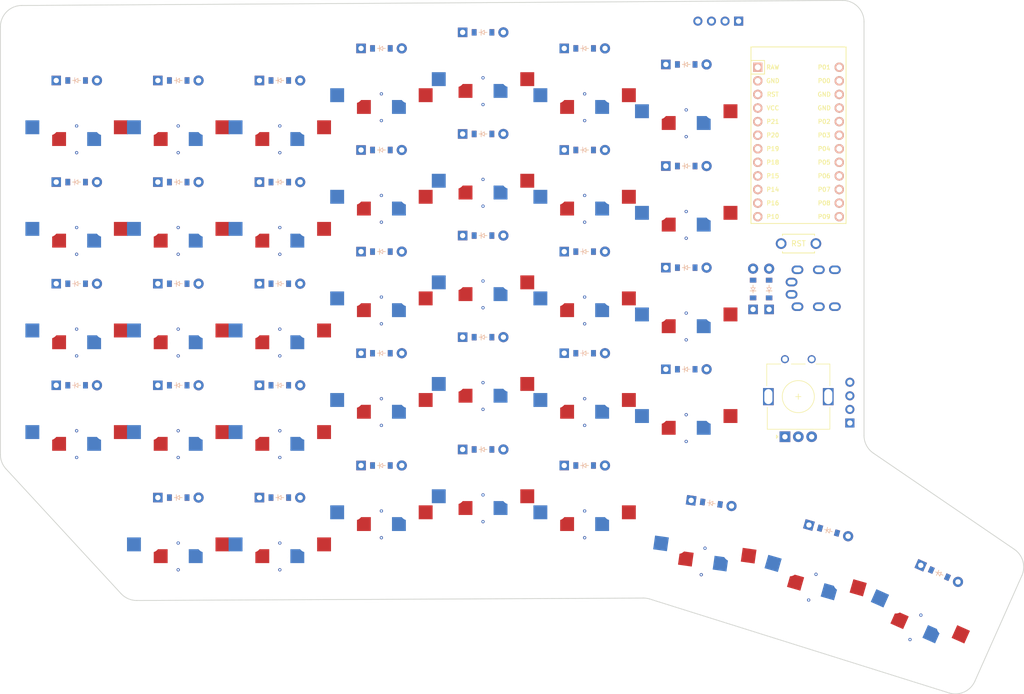
<source format=kicad_pcb>
(kicad_pcb (version 20171130) (host pcbnew 5.1.6)
  (title_block (title "main") (rev "v1.0.0") (company "Unknown"))
  (layers (0 F.Cu signal) (31 B.Cu signal) (34 B.Paste user) (35 F.Paste user) (36 B.SilkS user) (37 F.SilkS user) (38 B.Mask user) (39 F.Mask user) (44 Edge.Cuts user))
  (net 0 "")
  (net 1 "outer2_bottom")
  (net 2 "P10")
  (net 3 "outer2_home")
  (net 4 "P6")
  (net 5 "outer2_top")
  (net 6 "P5")
  (net 7 "outer2_numbers")
  (net 8 "P4")
  (net 9 "outer1_modifiers")
  (net 10 "P7")
  (net 11 "outer1_bottom")
  (net 12 "outer1_home")
  (net 13 "outer1_top")
  (net 14 "outer1_numbers")
  (net 15 "pinky_modifiers")
  (net 16 "pinky_bottom")
  (net 17 "pinky_home")
  (net 18 "pinky_top")
  (net 19 "pinky_numbers")
  (net 20 "ring_modifiers")
  (net 21 "ring_bottom")
  (net 22 "ring_home")
  (net 23 "ring_top")
  (net 24 "ring_numbers")
  (net 25 "middle_modifiers")
  (net 26 "middle_bottom")
  (net 27 "middle_home")
  (net 28 "middle_top")
  (net 29 "middle_numbers")
  (net 30 "index_modifiers")
  (net 31 "index_bottom")
  (net 32 "index_home")
  (net 33 "index_top")
  (net 34 "index_numbers")
  (net 35 "inner1_bottom")
  (net 36 "inner1_home")
  (net 37 "inner1_top")
  (net 38 "inner1_numbers")
  (net 39 "inner1_thumbrow")
  (net 40 "thumb1_thumbrow")
  (net 41 "thumb2_thumbrow")
  (net 42 "P16")
  (net 43 "P14")
  (net 44 "P15")
  (net 45 "P18")
  (net 46 "P19")
  (net 47 "P20")
  (net 48 "P21")
  (net 49 "P8")
  (net 50 "RAW")
  (net 51 "GND")
  (net 52 "RST")
  (net 53 "VCC")
  (net 54 "P1")
  (net 55 "P0")
  (net 56 "P2")
  (net 57 "P3")
  (net 58 "P9")
  (module ComboDiode (layer F.Cu) (at 0 -26 0)
    (fp_text reference "D1" hide)
    (fp_text value "" hide)
    (pad 1 smd rect (at -1.65 0 0) (size 0.9 1.2) (layers F.Cu F.Paste F.Mask) (net 2 "P10"))
    (pad 2 smd rect (at 1.65 0 0) (size 0.9 1.2) (layers B.Cu B.Paste B.Mask) (net 1 "outer2_bottom"))
    (pad 1 smd rect (at -1.65 0 0) (size 0.9 1.2) (layers B.Cu B.Paste B.Mask) (net 2 "P10"))
    (pad 2 smd rect (at 1.65 0 0) (size 0.9 1.2) (layers F.Cu F.Paste F.Mask) (net 1 "outer2_bottom"))
    (pad 1 thru_hole rect (at -3.81 0 0) (size 1.778 1.778) (drill 0.9906) (layers *.Cu *.Mask) (net 2 "P10"))
    (pad 2 thru_hole circle (at 3.81 0 0) (size 1.905 1.905) (drill 0.9906) (layers *.Cu *.Mask) (net 1 "outer2_bottom"))
  )
  (module ComboDiode (layer F.Cu) (at 0 -45 0)
    (fp_text reference "D2" hide)
    (fp_text value "" hide)
    (pad 1 smd rect (at -1.65 0 0) (size 0.9 1.2) (layers F.Cu F.Paste F.Mask) (net 4 "P6"))
    (pad 2 smd rect (at 1.65 0 0) (size 0.9 1.2) (layers B.Cu B.Paste B.Mask) (net 3 "outer2_home"))
    (pad 1 smd rect (at -1.65 0 0) (size 0.9 1.2) (layers B.Cu B.Paste B.Mask) (net 4 "P6"))
    (pad 2 smd rect (at 1.65 0 0) (size 0.9 1.2) (layers F.Cu F.Paste F.Mask) (net 3 "outer2_home"))
    (pad 1 thru_hole rect (at -3.81 0 0) (size 1.778 1.778) (drill 0.9906) (layers *.Cu *.Mask) (net 4 "P6"))
    (pad 2 thru_hole circle (at 3.81 0 0) (size 1.905 1.905) (drill 0.9906) (layers *.Cu *.Mask) (net 3 "outer2_home"))
  )
  (module ComboDiode (layer F.Cu) (at 0 -64 0)
    (fp_text reference "D3" hide)
    (fp_text value "" hide)
    (pad 1 smd rect (at -1.65 0 0) (size 0.9 1.2) (layers F.Cu F.Paste F.Mask) (net 6 "P5"))
    (pad 2 smd rect (at 1.65 0 0) (size 0.9 1.2) (layers B.Cu B.Paste B.Mask) (net 5 "outer2_top"))
    (pad 1 smd rect (at -1.65 0 0) (size 0.9 1.2) (layers B.Cu B.Paste B.Mask) (net 6 "P5"))
    (pad 2 smd rect (at 1.65 0 0) (size 0.9 1.2) (layers F.Cu F.Paste F.Mask) (net 5 "outer2_top"))
    (pad 1 thru_hole rect (at -3.81 0 0) (size 1.778 1.778) (drill 0.9906) (layers *.Cu *.Mask) (net 6 "P5"))
    (pad 2 thru_hole circle (at 3.81 0 0) (size 1.905 1.905) (drill 0.9906) (layers *.Cu *.Mask) (net 5 "outer2_top"))
  )
  (module ComboDiode (layer F.Cu) (at 0 -83 0)
    (fp_text reference "D4" hide)
    (fp_text value "" hide)
    (pad 1 smd rect (at -1.65 0 0) (size 0.9 1.2) (layers F.Cu F.Paste F.Mask) (net 8 "P4"))
    (pad 2 smd rect (at 1.65 0 0) (size 0.9 1.2) (layers B.Cu B.Paste B.Mask) (net 7 "outer2_numbers"))
    (pad 1 smd rect (at -1.65 0 0) (size 0.9 1.2) (layers B.Cu B.Paste B.Mask) (net 8 "P4"))
    (pad 2 smd rect (at 1.65 0 0) (size 0.9 1.2) (layers F.Cu F.Paste F.Mask) (net 7 "outer2_numbers"))
    (pad 1 thru_hole rect (at -3.81 0 0) (size 1.778 1.778) (drill 0.9906) (layers *.Cu *.Mask) (net 8 "P4"))
    (pad 2 thru_hole circle (at 3.81 0 0) (size 1.905 1.905) (drill 0.9906) (layers *.Cu *.Mask) (net 7 "outer2_numbers"))
  )
  (module ComboDiode (layer F.Cu) (at 19 -5 0)
    (fp_text reference "D5" hide)
    (fp_text value "" hide)
    (pad 1 smd rect (at -1.65 0 0) (size 0.9 1.2) (layers F.Cu F.Paste F.Mask) (net 10 "P7"))
    (pad 2 smd rect (at 1.65 0 0) (size 0.9 1.2) (layers B.Cu B.Paste B.Mask) (net 9 "outer1_modifiers"))
    (pad 1 smd rect (at -1.65 0 0) (size 0.9 1.2) (layers B.Cu B.Paste B.Mask) (net 10 "P7"))
    (pad 2 smd rect (at 1.65 0 0) (size 0.9 1.2) (layers F.Cu F.Paste F.Mask) (net 9 "outer1_modifiers"))
    (pad 1 thru_hole rect (at -3.81 0 0) (size 1.778 1.778) (drill 0.9906) (layers *.Cu *.Mask) (net 10 "P7"))
    (pad 2 thru_hole circle (at 3.81 0 0) (size 1.905 1.905) (drill 0.9906) (layers *.Cu *.Mask) (net 9 "outer1_modifiers"))
  )
  (module ComboDiode (layer F.Cu) (at 19 -26 0)
    (fp_text reference "D6" hide)
    (fp_text value "" hide)
    (pad 1 smd rect (at -1.65 0 0) (size 0.9 1.2) (layers F.Cu F.Paste F.Mask) (net 2 "P10"))
    (pad 2 smd rect (at 1.65 0 0) (size 0.9 1.2) (layers B.Cu B.Paste B.Mask) (net 11 "outer1_bottom"))
    (pad 1 smd rect (at -1.65 0 0) (size 0.9 1.2) (layers B.Cu B.Paste B.Mask) (net 2 "P10"))
    (pad 2 smd rect (at 1.65 0 0) (size 0.9 1.2) (layers F.Cu F.Paste F.Mask) (net 11 "outer1_bottom"))
    (pad 1 thru_hole rect (at -3.81 0 0) (size 1.778 1.778) (drill 0.9906) (layers *.Cu *.Mask) (net 2 "P10"))
    (pad 2 thru_hole circle (at 3.81 0 0) (size 1.905 1.905) (drill 0.9906) (layers *.Cu *.Mask) (net 11 "outer1_bottom"))
  )
  (module ComboDiode (layer F.Cu) (at 19 -45 0)
    (fp_text reference "D7" hide)
    (fp_text value "" hide)
    (pad 1 smd rect (at -1.65 0 0) (size 0.9 1.2) (layers F.Cu F.Paste F.Mask) (net 4 "P6"))
    (pad 2 smd rect (at 1.65 0 0) (size 0.9 1.2) (layers B.Cu B.Paste B.Mask) (net 12 "outer1_home"))
    (pad 1 smd rect (at -1.65 0 0) (size 0.9 1.2) (layers B.Cu B.Paste B.Mask) (net 4 "P6"))
    (pad 2 smd rect (at 1.65 0 0) (size 0.9 1.2) (layers F.Cu F.Paste F.Mask) (net 12 "outer1_home"))
    (pad 1 thru_hole rect (at -3.81 0 0) (size 1.778 1.778) (drill 0.9906) (layers *.Cu *.Mask) (net 4 "P6"))
    (pad 2 thru_hole circle (at 3.81 0 0) (size 1.905 1.905) (drill 0.9906) (layers *.Cu *.Mask) (net 12 "outer1_home"))
  )
  (module ComboDiode (layer F.Cu) (at 19 -64 0)
    (fp_text reference "D8" hide)
    (fp_text value "" hide)
    (pad 1 smd rect (at -1.65 0 0) (size 0.9 1.2) (layers F.Cu F.Paste F.Mask) (net 6 "P5"))
    (pad 2 smd rect (at 1.65 0 0) (size 0.9 1.2) (layers B.Cu B.Paste B.Mask) (net 13 "outer1_top"))
    (pad 1 smd rect (at -1.65 0 0) (size 0.9 1.2) (layers B.Cu B.Paste B.Mask) (net 6 "P5"))
    (pad 2 smd rect (at 1.65 0 0) (size 0.9 1.2) (layers F.Cu F.Paste F.Mask) (net 13 "outer1_top"))
    (pad 1 thru_hole rect (at -3.81 0 0) (size 1.778 1.778) (drill 0.9906) (layers *.Cu *.Mask) (net 6 "P5"))
    (pad 2 thru_hole circle (at 3.81 0 0) (size 1.905 1.905) (drill 0.9906) (layers *.Cu *.Mask) (net 13 "outer1_top"))
  )
  (module ComboDiode (layer F.Cu) (at 19 -83 0)
    (fp_text reference "D9" hide)
    (fp_text value "" hide)
    (pad 1 smd rect (at -1.65 0 0) (size 0.9 1.2) (layers F.Cu F.Paste F.Mask) (net 8 "P4"))
    (pad 2 smd rect (at 1.65 0 0) (size 0.9 1.2) (layers B.Cu B.Paste B.Mask) (net 14 "outer1_numbers"))
    (pad 1 smd rect (at -1.65 0 0) (size 0.9 1.2) (layers B.Cu B.Paste B.Mask) (net 8 "P4"))
    (pad 2 smd rect (at 1.65 0 0) (size 0.9 1.2) (layers F.Cu F.Paste F.Mask) (net 14 "outer1_numbers"))
    (pad 1 thru_hole rect (at -3.81 0 0) (size 1.778 1.778) (drill 0.9906) (layers *.Cu *.Mask) (net 8 "P4"))
    (pad 2 thru_hole circle (at 3.81 0 0) (size 1.905 1.905) (drill 0.9906) (layers *.Cu *.Mask) (net 14 "outer1_numbers"))
  )
  (module ComboDiode (layer F.Cu) (at 38 -5 0)
    (fp_text reference "D10" hide)
    (fp_text value "" hide)
    (pad 1 smd rect (at -1.65 0 0) (size 0.9 1.2) (layers F.Cu F.Paste F.Mask) (net 10 "P7"))
    (pad 2 smd rect (at 1.65 0 0) (size 0.9 1.2) (layers B.Cu B.Paste B.Mask) (net 15 "pinky_modifiers"))
    (pad 1 smd rect (at -1.65 0 0) (size 0.9 1.2) (layers B.Cu B.Paste B.Mask) (net 10 "P7"))
    (pad 2 smd rect (at 1.65 0 0) (size 0.9 1.2) (layers F.Cu F.Paste F.Mask) (net 15 "pinky_modifiers"))
    (pad 1 thru_hole rect (at -3.81 0 0) (size 1.778 1.778) (drill 0.9906) (layers *.Cu *.Mask) (net 10 "P7"))
    (pad 2 thru_hole circle (at 3.81 0 0) (size 1.905 1.905) (drill 0.9906) (layers *.Cu *.Mask) (net 15 "pinky_modifiers"))
  )
  (module ComboDiode (layer F.Cu) (at 38 -26 0)
    (fp_text reference "D11" hide)
    (fp_text value "" hide)
    (pad 1 smd rect (at -1.65 0 0) (size 0.9 1.2) (layers F.Cu F.Paste F.Mask) (net 2 "P10"))
    (pad 2 smd rect (at 1.65 0 0) (size 0.9 1.2) (layers B.Cu B.Paste B.Mask) (net 16 "pinky_bottom"))
    (pad 1 smd rect (at -1.65 0 0) (size 0.9 1.2) (layers B.Cu B.Paste B.Mask) (net 2 "P10"))
    (pad 2 smd rect (at 1.65 0 0) (size 0.9 1.2) (layers F.Cu F.Paste F.Mask) (net 16 "pinky_bottom"))
    (pad 1 thru_hole rect (at -3.81 0 0) (size 1.778 1.778) (drill 0.9906) (layers *.Cu *.Mask) (net 2 "P10"))
    (pad 2 thru_hole circle (at 3.81 0 0) (size 1.905 1.905) (drill 0.9906) (layers *.Cu *.Mask) (net 16 "pinky_bottom"))
  )
  (module ComboDiode (layer F.Cu) (at 38 -45 0)
    (fp_text reference "D12" hide)
    (fp_text value "" hide)
    (pad 1 smd rect (at -1.65 0 0) (size 0.9 1.2) (layers F.Cu F.Paste F.Mask) (net 4 "P6"))
    (pad 2 smd rect (at 1.65 0 0) (size 0.9 1.2) (layers B.Cu B.Paste B.Mask) (net 17 "pinky_home"))
    (pad 1 smd rect (at -1.65 0 0) (size 0.9 1.2) (layers B.Cu B.Paste B.Mask) (net 4 "P6"))
    (pad 2 smd rect (at 1.65 0 0) (size 0.9 1.2) (layers F.Cu F.Paste F.Mask) (net 17 "pinky_home"))
    (pad 1 thru_hole rect (at -3.81 0 0) (size 1.778 1.778) (drill 0.9906) (layers *.Cu *.Mask) (net 4 "P6"))
    (pad 2 thru_hole circle (at 3.81 0 0) (size 1.905 1.905) (drill 0.9906) (layers *.Cu *.Mask) (net 17 "pinky_home"))
  )
  (module ComboDiode (layer F.Cu) (at 38 -64 0)
    (fp_text reference "D13" hide)
    (fp_text value "" hide)
    (pad 1 smd rect (at -1.65 0 0) (size 0.9 1.2) (layers F.Cu F.Paste F.Mask) (net 6 "P5"))
    (pad 2 smd rect (at 1.65 0 0) (size 0.9 1.2) (layers B.Cu B.Paste B.Mask) (net 18 "pinky_top"))
    (pad 1 smd rect (at -1.65 0 0) (size 0.9 1.2) (layers B.Cu B.Paste B.Mask) (net 6 "P5"))
    (pad 2 smd rect (at 1.65 0 0) (size 0.9 1.2) (layers F.Cu F.Paste F.Mask) (net 18 "pinky_top"))
    (pad 1 thru_hole rect (at -3.81 0 0) (size 1.778 1.778) (drill 0.9906) (layers *.Cu *.Mask) (net 6 "P5"))
    (pad 2 thru_hole circle (at 3.81 0 0) (size 1.905 1.905) (drill 0.9906) (layers *.Cu *.Mask) (net 18 "pinky_top"))
  )
  (module ComboDiode (layer F.Cu) (at 38 -83 0)
    (fp_text reference "D14" hide)
    (fp_text value "" hide)
    (pad 1 smd rect (at -1.65 0 0) (size 0.9 1.2) (layers F.Cu F.Paste F.Mask) (net 8 "P4"))
    (pad 2 smd rect (at 1.65 0 0) (size 0.9 1.2) (layers B.Cu B.Paste B.Mask) (net 19 "pinky_numbers"))
    (pad 1 smd rect (at -1.65 0 0) (size 0.9 1.2) (layers B.Cu B.Paste B.Mask) (net 8 "P4"))
    (pad 2 smd rect (at 1.65 0 0) (size 0.9 1.2) (layers F.Cu F.Paste F.Mask) (net 19 "pinky_numbers"))
    (pad 1 thru_hole rect (at -3.81 0 0) (size 1.778 1.778) (drill 0.9906) (layers *.Cu *.Mask) (net 8 "P4"))
    (pad 2 thru_hole circle (at 3.81 0 0) (size 1.905 1.905) (drill 0.9906) (layers *.Cu *.Mask) (net 19 "pinky_numbers"))
  )
  (module ComboDiode (layer F.Cu) (at 57 -11 0)
    (fp_text reference "D15" hide)
    (fp_text value "" hide)
    (pad 1 smd rect (at -1.65 0 0) (size 0.9 1.2) (layers F.Cu F.Paste F.Mask) (net 10 "P7"))
    (pad 2 smd rect (at 1.65 0 0) (size 0.9 1.2) (layers B.Cu B.Paste B.Mask) (net 20 "ring_modifiers"))
    (pad 1 smd rect (at -1.65 0 0) (size 0.9 1.2) (layers B.Cu B.Paste B.Mask) (net 10 "P7"))
    (pad 2 smd rect (at 1.65 0 0) (size 0.9 1.2) (layers F.Cu F.Paste F.Mask) (net 20 "ring_modifiers"))
    (pad 1 thru_hole rect (at -3.81 0 0) (size 1.778 1.778) (drill 0.9906) (layers *.Cu *.Mask) (net 10 "P7"))
    (pad 2 thru_hole circle (at 3.81 0 0) (size 1.905 1.905) (drill 0.9906) (layers *.Cu *.Mask) (net 20 "ring_modifiers"))
  )
  (module ComboDiode (layer F.Cu) (at 57 -32 0)
    (fp_text reference "D16" hide)
    (fp_text value "" hide)
    (pad 1 smd rect (at -1.65 0 0) (size 0.9 1.2) (layers F.Cu F.Paste F.Mask) (net 2 "P10"))
    (pad 2 smd rect (at 1.65 0 0) (size 0.9 1.2) (layers B.Cu B.Paste B.Mask) (net 21 "ring_bottom"))
    (pad 1 smd rect (at -1.65 0 0) (size 0.9 1.2) (layers B.Cu B.Paste B.Mask) (net 2 "P10"))
    (pad 2 smd rect (at 1.65 0 0) (size 0.9 1.2) (layers F.Cu F.Paste F.Mask) (net 21 "ring_bottom"))
    (pad 1 thru_hole rect (at -3.81 0 0) (size 1.778 1.778) (drill 0.9906) (layers *.Cu *.Mask) (net 2 "P10"))
    (pad 2 thru_hole circle (at 3.81 0 0) (size 1.905 1.905) (drill 0.9906) (layers *.Cu *.Mask) (net 21 "ring_bottom"))
  )
  (module ComboDiode (layer F.Cu) (at 57 -51 0)
    (fp_text reference "D17" hide)
    (fp_text value "" hide)
    (pad 1 smd rect (at -1.65 0 0) (size 0.9 1.2) (layers F.Cu F.Paste F.Mask) (net 4 "P6"))
    (pad 2 smd rect (at 1.65 0 0) (size 0.9 1.2) (layers B.Cu B.Paste B.Mask) (net 22 "ring_home"))
    (pad 1 smd rect (at -1.65 0 0) (size 0.9 1.2) (layers B.Cu B.Paste B.Mask) (net 4 "P6"))
    (pad 2 smd rect (at 1.65 0 0) (size 0.9 1.2) (layers F.Cu F.Paste F.Mask) (net 22 "ring_home"))
    (pad 1 thru_hole rect (at -3.81 0 0) (size 1.778 1.778) (drill 0.9906) (layers *.Cu *.Mask) (net 4 "P6"))
    (pad 2 thru_hole circle (at 3.81 0 0) (size 1.905 1.905) (drill 0.9906) (layers *.Cu *.Mask) (net 22 "ring_home"))
  )
  (module ComboDiode (layer F.Cu) (at 57 -70 0)
    (fp_text reference "D18" hide)
    (fp_text value "" hide)
    (pad 1 smd rect (at -1.65 0 0) (size 0.9 1.2) (layers F.Cu F.Paste F.Mask) (net 6 "P5"))
    (pad 2 smd rect (at 1.65 0 0) (size 0.9 1.2) (layers B.Cu B.Paste B.Mask) (net 23 "ring_top"))
    (pad 1 smd rect (at -1.65 0 0) (size 0.9 1.2) (layers B.Cu B.Paste B.Mask) (net 6 "P5"))
    (pad 2 smd rect (at 1.65 0 0) (size 0.9 1.2) (layers F.Cu F.Paste F.Mask) (net 23 "ring_top"))
    (pad 1 thru_hole rect (at -3.81 0 0) (size 1.778 1.778) (drill 0.9906) (layers *.Cu *.Mask) (net 6 "P5"))
    (pad 2 thru_hole circle (at 3.81 0 0) (size 1.905 1.905) (drill 0.9906) (layers *.Cu *.Mask) (net 23 "ring_top"))
  )
  (module ComboDiode (layer F.Cu) (at 57 -89 0)
    (fp_text reference "D19" hide)
    (fp_text value "" hide)
    (pad 1 smd rect (at -1.65 0 0) (size 0.9 1.2) (layers F.Cu F.Paste F.Mask) (net 8 "P4"))
    (pad 2 smd rect (at 1.65 0 0) (size 0.9 1.2) (layers B.Cu B.Paste B.Mask) (net 24 "ring_numbers"))
    (pad 1 smd rect (at -1.65 0 0) (size 0.9 1.2) (layers B.Cu B.Paste B.Mask) (net 8 "P4"))
    (pad 2 smd rect (at 1.65 0 0) (size 0.9 1.2) (layers F.Cu F.Paste F.Mask) (net 24 "ring_numbers"))
    (pad 1 thru_hole rect (at -3.81 0 0) (size 1.778 1.778) (drill 0.9906) (layers *.Cu *.Mask) (net 8 "P4"))
    (pad 2 thru_hole circle (at 3.81 0 0) (size 1.905 1.905) (drill 0.9906) (layers *.Cu *.Mask) (net 24 "ring_numbers"))
  )
  (module ComboDiode (layer F.Cu) (at 76 -14 0)
    (fp_text reference "D20" hide)
    (fp_text value "" hide)
    (pad 1 smd rect (at -1.65 0 0) (size 0.9 1.2) (layers F.Cu F.Paste F.Mask) (net 10 "P7"))
    (pad 2 smd rect (at 1.65 0 0) (size 0.9 1.2) (layers B.Cu B.Paste B.Mask) (net 25 "middle_modifiers"))
    (pad 1 smd rect (at -1.65 0 0) (size 0.9 1.2) (layers B.Cu B.Paste B.Mask) (net 10 "P7"))
    (pad 2 smd rect (at 1.65 0 0) (size 0.9 1.2) (layers F.Cu F.Paste F.Mask) (net 25 "middle_modifiers"))
    (pad 1 thru_hole rect (at -3.81 0 0) (size 1.778 1.778) (drill 0.9906) (layers *.Cu *.Mask) (net 10 "P7"))
    (pad 2 thru_hole circle (at 3.81 0 0) (size 1.905 1.905) (drill 0.9906) (layers *.Cu *.Mask) (net 25 "middle_modifiers"))
  )
  (module ComboDiode (layer F.Cu) (at 76 -35 0)
    (fp_text reference "D21" hide)
    (fp_text value "" hide)
    (pad 1 smd rect (at -1.65 0 0) (size 0.9 1.2) (layers F.Cu F.Paste F.Mask) (net 2 "P10"))
    (pad 2 smd rect (at 1.65 0 0) (size 0.9 1.2) (layers B.Cu B.Paste B.Mask) (net 26 "middle_bottom"))
    (pad 1 smd rect (at -1.65 0 0) (size 0.9 1.2) (layers B.Cu B.Paste B.Mask) (net 2 "P10"))
    (pad 2 smd rect (at 1.65 0 0) (size 0.9 1.2) (layers F.Cu F.Paste F.Mask) (net 26 "middle_bottom"))
    (pad 1 thru_hole rect (at -3.81 0 0) (size 1.778 1.778) (drill 0.9906) (layers *.Cu *.Mask) (net 2 "P10"))
    (pad 2 thru_hole circle (at 3.81 0 0) (size 1.905 1.905) (drill 0.9906) (layers *.Cu *.Mask) (net 26 "middle_bottom"))
  )
  (module ComboDiode (layer F.Cu) (at 76 -54 0)
    (fp_text reference "D22" hide)
    (fp_text value "" hide)
    (pad 1 smd rect (at -1.65 0 0) (size 0.9 1.2) (layers F.Cu F.Paste F.Mask) (net 4 "P6"))
    (pad 2 smd rect (at 1.65 0 0) (size 0.9 1.2) (layers B.Cu B.Paste B.Mask) (net 27 "middle_home"))
    (pad 1 smd rect (at -1.65 0 0) (size 0.9 1.2) (layers B.Cu B.Paste B.Mask) (net 4 "P6"))
    (pad 2 smd rect (at 1.65 0 0) (size 0.9 1.2) (layers F.Cu F.Paste F.Mask) (net 27 "middle_home"))
    (pad 1 thru_hole rect (at -3.81 0 0) (size 1.778 1.778) (drill 0.9906) (layers *.Cu *.Mask) (net 4 "P6"))
    (pad 2 thru_hole circle (at 3.81 0 0) (size 1.905 1.905) (drill 0.9906) (layers *.Cu *.Mask) (net 27 "middle_home"))
  )
  (module ComboDiode (layer F.Cu) (at 76 -73 0)
    (fp_text reference "D23" hide)
    (fp_text value "" hide)
    (pad 1 smd rect (at -1.65 0 0) (size 0.9 1.2) (layers F.Cu F.Paste F.Mask) (net 6 "P5"))
    (pad 2 smd rect (at 1.65 0 0) (size 0.9 1.2) (layers B.Cu B.Paste B.Mask) (net 28 "middle_top"))
    (pad 1 smd rect (at -1.65 0 0) (size 0.9 1.2) (layers B.Cu B.Paste B.Mask) (net 6 "P5"))
    (pad 2 smd rect (at 1.65 0 0) (size 0.9 1.2) (layers F.Cu F.Paste F.Mask) (net 28 "middle_top"))
    (pad 1 thru_hole rect (at -3.81 0 0) (size 1.778 1.778) (drill 0.9906) (layers *.Cu *.Mask) (net 6 "P5"))
    (pad 2 thru_hole circle (at 3.81 0 0) (size 1.905 1.905) (drill 0.9906) (layers *.Cu *.Mask) (net 28 "middle_top"))
  )
  (module ComboDiode (layer F.Cu) (at 76 -92 0)
    (fp_text reference "D24" hide)
    (fp_text value "" hide)
    (pad 1 smd rect (at -1.65 0 0) (size 0.9 1.2) (layers F.Cu F.Paste F.Mask) (net 8 "P4"))
    (pad 2 smd rect (at 1.65 0 0) (size 0.9 1.2) (layers B.Cu B.Paste B.Mask) (net 29 "middle_numbers"))
    (pad 1 smd rect (at -1.65 0 0) (size 0.9 1.2) (layers B.Cu B.Paste B.Mask) (net 8 "P4"))
    (pad 2 smd rect (at 1.65 0 0) (size 0.9 1.2) (layers F.Cu F.Paste F.Mask) (net 29 "middle_numbers"))
    (pad 1 thru_hole rect (at -3.81 0 0) (size 1.778 1.778) (drill 0.9906) (layers *.Cu *.Mask) (net 8 "P4"))
    (pad 2 thru_hole circle (at 3.81 0 0) (size 1.905 1.905) (drill 0.9906) (layers *.Cu *.Mask) (net 29 "middle_numbers"))
  )
  (module ComboDiode (layer F.Cu) (at 95 -11 0)
    (fp_text reference "D25" hide)
    (fp_text value "" hide)
    (pad 1 smd rect (at -1.65 0 0) (size 0.9 1.2) (layers F.Cu F.Paste F.Mask) (net 10 "P7"))
    (pad 2 smd rect (at 1.65 0 0) (size 0.9 1.2) (layers B.Cu B.Paste B.Mask) (net 30 "index_modifiers"))
    (pad 1 smd rect (at -1.65 0 0) (size 0.9 1.2) (layers B.Cu B.Paste B.Mask) (net 10 "P7"))
    (pad 2 smd rect (at 1.65 0 0) (size 0.9 1.2) (layers F.Cu F.Paste F.Mask) (net 30 "index_modifiers"))
    (pad 1 thru_hole rect (at -3.81 0 0) (size 1.778 1.778) (drill 0.9906) (layers *.Cu *.Mask) (net 10 "P7"))
    (pad 2 thru_hole circle (at 3.81 0 0) (size 1.905 1.905) (drill 0.9906) (layers *.Cu *.Mask) (net 30 "index_modifiers"))
  )
  (module ComboDiode (layer F.Cu) (at 95 -32 0)
    (fp_text reference "D26" hide)
    (fp_text value "" hide)
    (pad 1 smd rect (at -1.65 0 0) (size 0.9 1.2) (layers F.Cu F.Paste F.Mask) (net 2 "P10"))
    (pad 2 smd rect (at 1.65 0 0) (size 0.9 1.2) (layers B.Cu B.Paste B.Mask) (net 31 "index_bottom"))
    (pad 1 smd rect (at -1.65 0 0) (size 0.9 1.2) (layers B.Cu B.Paste B.Mask) (net 2 "P10"))
    (pad 2 smd rect (at 1.65 0 0) (size 0.9 1.2) (layers F.Cu F.Paste F.Mask) (net 31 "index_bottom"))
    (pad 1 thru_hole rect (at -3.81 0 0) (size 1.778 1.778) (drill 0.9906) (layers *.Cu *.Mask) (net 2 "P10"))
    (pad 2 thru_hole circle (at 3.81 0 0) (size 1.905 1.905) (drill 0.9906) (layers *.Cu *.Mask) (net 31 "index_bottom"))
  )
  (module ComboDiode (layer F.Cu) (at 95 -51 0)
    (fp_text reference "D27" hide)
    (fp_text value "" hide)
    (pad 1 smd rect (at -1.65 0 0) (size 0.9 1.2) (layers F.Cu F.Paste F.Mask) (net 4 "P6"))
    (pad 2 smd rect (at 1.65 0 0) (size 0.9 1.2) (layers B.Cu B.Paste B.Mask) (net 32 "index_home"))
    (pad 1 smd rect (at -1.65 0 0) (size 0.9 1.2) (layers B.Cu B.Paste B.Mask) (net 4 "P6"))
    (pad 2 smd rect (at 1.65 0 0) (size 0.9 1.2) (layers F.Cu F.Paste F.Mask) (net 32 "index_home"))
    (pad 1 thru_hole rect (at -3.81 0 0) (size 1.778 1.778) (drill 0.9906) (layers *.Cu *.Mask) (net 4 "P6"))
    (pad 2 thru_hole circle (at 3.81 0 0) (size 1.905 1.905) (drill 0.9906) (layers *.Cu *.Mask) (net 32 "index_home"))
  )
  (module ComboDiode (layer F.Cu) (at 95 -70 0)
    (fp_text reference "D28" hide)
    (fp_text value "" hide)
    (pad 1 smd rect (at -1.65 0 0) (size 0.9 1.2) (layers F.Cu F.Paste F.Mask) (net 6 "P5"))
    (pad 2 smd rect (at 1.65 0 0) (size 0.9 1.2) (layers B.Cu B.Paste B.Mask) (net 33 "index_top"))
    (pad 1 smd rect (at -1.65 0 0) (size 0.9 1.2) (layers B.Cu B.Paste B.Mask) (net 6 "P5"))
    (pad 2 smd rect (at 1.65 0 0) (size 0.9 1.2) (layers F.Cu F.Paste F.Mask) (net 33 "index_top"))
    (pad 1 thru_hole rect (at -3.81 0 0) (size 1.778 1.778) (drill 0.9906) (layers *.Cu *.Mask) (net 6 "P5"))
    (pad 2 thru_hole circle (at 3.81 0 0) (size 1.905 1.905) (drill 0.9906) (layers *.Cu *.Mask) (net 33 "index_top"))
  )
  (module ComboDiode (layer F.Cu) (at 95 -89 0)
    (fp_text reference "D29" hide)
    (fp_text value "" hide)
    (pad 1 smd rect (at -1.65 0 0) (size 0.9 1.2) (layers F.Cu F.Paste F.Mask) (net 8 "P4"))
    (pad 2 smd rect (at 1.65 0 0) (size 0.9 1.2) (layers B.Cu B.Paste B.Mask) (net 34 "index_numbers"))
    (pad 1 smd rect (at -1.65 0 0) (size 0.9 1.2) (layers B.Cu B.Paste B.Mask) (net 8 "P4"))
    (pad 2 smd rect (at 1.65 0 0) (size 0.9 1.2) (layers F.Cu F.Paste F.Mask) (net 34 "index_numbers"))
    (pad 1 thru_hole rect (at -3.81 0 0) (size 1.778 1.778) (drill 0.9906) (layers *.Cu *.Mask) (net 8 "P4"))
    (pad 2 thru_hole circle (at 3.81 0 0) (size 1.905 1.905) (drill 0.9906) (layers *.Cu *.Mask) (net 34 "index_numbers"))
  )
  (module ComboDiode (layer F.Cu) (at 114 -29 0)
    (fp_text reference "D30" hide)
    (fp_text value "" hide)
    (pad 1 smd rect (at -1.65 0 0) (size 0.9 1.2) (layers F.Cu F.Paste F.Mask) (net 2 "P10"))
    (pad 2 smd rect (at 1.65 0 0) (size 0.9 1.2) (layers B.Cu B.Paste B.Mask) (net 35 "inner1_bottom"))
    (pad 1 smd rect (at -1.65 0 0) (size 0.9 1.2) (layers B.Cu B.Paste B.Mask) (net 2 "P10"))
    (pad 2 smd rect (at 1.65 0 0) (size 0.9 1.2) (layers F.Cu F.Paste F.Mask) (net 35 "inner1_bottom"))
    (pad 1 thru_hole rect (at -3.81 0 0) (size 1.778 1.778) (drill 0.9906) (layers *.Cu *.Mask) (net 2 "P10"))
    (pad 2 thru_hole circle (at 3.81 0 0) (size 1.905 1.905) (drill 0.9906) (layers *.Cu *.Mask) (net 35 "inner1_bottom"))
  )
  (module ComboDiode (layer F.Cu) (at 114 -48 0)
    (fp_text reference "D31" hide)
    (fp_text value "" hide)
    (pad 1 smd rect (at -1.65 0 0) (size 0.9 1.2) (layers F.Cu F.Paste F.Mask) (net 4 "P6"))
    (pad 2 smd rect (at 1.65 0 0) (size 0.9 1.2) (layers B.Cu B.Paste B.Mask) (net 36 "inner1_home"))
    (pad 1 smd rect (at -1.65 0 0) (size 0.9 1.2) (layers B.Cu B.Paste B.Mask) (net 4 "P6"))
    (pad 2 smd rect (at 1.65 0 0) (size 0.9 1.2) (layers F.Cu F.Paste F.Mask) (net 36 "inner1_home"))
    (pad 1 thru_hole rect (at -3.81 0 0) (size 1.778 1.778) (drill 0.9906) (layers *.Cu *.Mask) (net 4 "P6"))
    (pad 2 thru_hole circle (at 3.81 0 0) (size 1.905 1.905) (drill 0.9906) (layers *.Cu *.Mask) (net 36 "inner1_home"))
  )
  (module ComboDiode (layer F.Cu) (at 114 -67 0)
    (fp_text reference "D32" hide)
    (fp_text value "" hide)
    (pad 1 smd rect (at -1.65 0 0) (size 0.9 1.2) (layers F.Cu F.Paste F.Mask) (net 6 "P5"))
    (pad 2 smd rect (at 1.65 0 0) (size 0.9 1.2) (layers B.Cu B.Paste B.Mask) (net 37 "inner1_top"))
    (pad 1 smd rect (at -1.65 0 0) (size 0.9 1.2) (layers B.Cu B.Paste B.Mask) (net 6 "P5"))
    (pad 2 smd rect (at 1.65 0 0) (size 0.9 1.2) (layers F.Cu F.Paste F.Mask) (net 37 "inner1_top"))
    (pad 1 thru_hole rect (at -3.81 0 0) (size 1.778 1.778) (drill 0.9906) (layers *.Cu *.Mask) (net 6 "P5"))
    (pad 2 thru_hole circle (at 3.81 0 0) (size 1.905 1.905) (drill 0.9906) (layers *.Cu *.Mask) (net 37 "inner1_top"))
  )
  (module ComboDiode (layer F.Cu) (at 114 -86 0)
    (fp_text reference "D33" hide)
    (fp_text value "" hide)
    (pad 1 smd rect (at -1.65 0 0) (size 0.9 1.2) (layers F.Cu F.Paste F.Mask) (net 8 "P4"))
    (pad 2 smd rect (at 1.65 0 0) (size 0.9 1.2) (layers B.Cu B.Paste B.Mask) (net 38 "inner1_numbers"))
    (pad 1 smd rect (at -1.65 0 0) (size 0.9 1.2) (layers B.Cu B.Paste B.Mask) (net 8 "P4"))
    (pad 2 smd rect (at 1.65 0 0) (size 0.9 1.2) (layers F.Cu F.Paste F.Mask) (net 38 "inner1_numbers"))
    (pad 1 thru_hole rect (at -3.81 0 0) (size 1.778 1.778) (drill 0.9906) (layers *.Cu *.Mask) (net 8 "P4"))
    (pad 2 thru_hole circle (at 3.81 0 0) (size 1.905 1.905) (drill 0.9906) (layers *.Cu *.Mask) (net 38 "inner1_numbers"))
  )
  (module ComboDiode (layer F.Cu) (at 118.6958655 -3.9513403 -8)
    (fp_text reference "D34" hide)
    (fp_text value "" hide)
    (pad 1 smd rect (at -1.65 0 -8) (size 0.9 1.2) (layers F.Cu F.Paste F.Mask) (net 10 "P7"))
    (pad 2 smd rect (at 1.65 0 -8) (size 0.9 1.2) (layers B.Cu B.Paste B.Mask) (net 39 "inner1_thumbrow"))
    (pad 1 smd rect (at -1.65 0 -8) (size 0.9 1.2) (layers B.Cu B.Paste B.Mask) (net 10 "P7"))
    (pad 2 smd rect (at 1.65 0 -8) (size 0.9 1.2) (layers F.Cu F.Paste F.Mask) (net 39 "inner1_thumbrow"))
    (pad 1 thru_hole rect (at -3.81 0 -8) (size 1.778 1.778) (drill 0.9906) (layers *.Cu *.Mask) (net 10 "P7"))
    (pad 2 thru_hole circle (at 3.81 0 -8) (size 1.905 1.905) (drill 0.9906) (layers *.Cu *.Mask) (net 39 "inner1_thumbrow"))
  )
  (module ComboDiode (layer F.Cu) (at 140.61280960000002 1.1780230999999999 -16)
    (fp_text reference "D35" hide)
    (fp_text value "" hide)
    (pad 1 smd rect (at -1.65 0 -16) (size 0.9 1.2) (layers F.Cu F.Paste F.Mask) (net 10 "P7"))
    (pad 2 smd rect (at 1.65 0 -16) (size 0.9 1.2) (layers B.Cu B.Paste B.Mask) (net 40 "thumb1_thumbrow"))
    (pad 1 smd rect (at -1.65 0 -16) (size 0.9 1.2) (layers B.Cu B.Paste B.Mask) (net 10 "P7"))
    (pad 2 smd rect (at 1.65 0 -16) (size 0.9 1.2) (layers F.Cu F.Paste F.Mask) (net 40 "thumb1_thumbrow"))
    (pad 1 thru_hole rect (at -3.81 0 -16) (size 1.778 1.778) (drill 0.9906) (layers *.Cu *.Mask) (net 10 "P7"))
    (pad 2 thru_hole circle (at 3.81 0 -16) (size 1.905 1.905) (drill 0.9906) (layers *.Cu *.Mask) (net 40 "thumb1_thumbrow"))
  )
  (module ComboDiode (layer F.Cu) (at 161.34039140000002 9.2122845 -24)
    (fp_text reference "D36" hide)
    (fp_text value "" hide)
    (pad 1 smd rect (at -1.65 0 -24) (size 0.9 1.2) (layers F.Cu F.Paste F.Mask) (net 10 "P7"))
    (pad 2 smd rect (at 1.65 0 -24) (size 0.9 1.2) (layers B.Cu B.Paste B.Mask) (net 41 "thumb2_thumbrow"))
    (pad 1 smd rect (at -1.65 0 -24) (size 0.9 1.2) (layers B.Cu B.Paste B.Mask) (net 10 "P7"))
    (pad 2 smd rect (at 1.65 0 -24) (size 0.9 1.2) (layers F.Cu F.Paste F.Mask) (net 41 "thumb2_thumbrow"))
    (pad 1 thru_hole rect (at -3.81 0 -24) (size 1.778 1.778) (drill 0.9906) (layers *.Cu *.Mask) (net 10 "P7"))
    (pad 2 thru_hole circle (at 3.81 0 -24) (size 1.905 1.905) (drill 0.9906) (layers *.Cu *.Mask) (net 41 "thumb2_thumbrow"))
  )
  (module VIA-0.6mm (layer F.Cu) (at 0 -17.5 0)
    (fp_text reference REF** hide)
    (fp_text value VIA-0.6mm hide)
    (pad 1 thru_hole circle (at 0 0) (size 0.6 0.6) (drill 0.3) (layers *.Cu) (net 1 "outer2_bottom"))
  )
  (module VIA-0.6mm (layer F.Cu) (at 0 -36.5 0)
    (fp_text reference REF** hide)
    (fp_text value VIA-0.6mm hide)
    (pad 1 thru_hole circle (at 0 0) (size 0.6 0.6) (drill 0.3) (layers *.Cu) (net 3 "outer2_home"))
  )
  (module VIA-0.6mm (layer F.Cu) (at 0 -55.5 0)
    (fp_text reference REF** hide)
    (fp_text value VIA-0.6mm hide)
    (pad 1 thru_hole circle (at 0 0) (size 0.6 0.6) (drill 0.3) (layers *.Cu) (net 5 "outer2_top"))
  )
  (module VIA-0.6mm (layer F.Cu) (at 0 -74.5 0)
    (fp_text reference REF** hide)
    (fp_text value VIA-0.6mm hide)
    (pad 1 thru_hole circle (at 0 0) (size 0.6 0.6) (drill 0.3) (layers *.Cu) (net 7 "outer2_numbers"))
  )
  (module VIA-0.6mm (layer F.Cu) (at 19 3.5 0)
    (fp_text reference REF** hide)
    (fp_text value VIA-0.6mm hide)
    (pad 1 thru_hole circle (at 0 0) (size 0.6 0.6) (drill 0.3) (layers *.Cu) (net 9 "outer1_modifiers"))
  )
  (module VIA-0.6mm (layer F.Cu) (at 19 -17.5 0)
    (fp_text reference REF** hide)
    (fp_text value VIA-0.6mm hide)
    (pad 1 thru_hole circle (at 0 0) (size 0.6 0.6) (drill 0.3) (layers *.Cu) (net 11 "outer1_bottom"))
  )
  (module VIA-0.6mm (layer F.Cu) (at 19 -36.5 0)
    (fp_text reference REF** hide)
    (fp_text value VIA-0.6mm hide)
    (pad 1 thru_hole circle (at 0 0) (size 0.6 0.6) (drill 0.3) (layers *.Cu) (net 12 "outer1_home"))
  )
  (module VIA-0.6mm (layer F.Cu) (at 19 -55.5 0)
    (fp_text reference REF** hide)
    (fp_text value VIA-0.6mm hide)
    (pad 1 thru_hole circle (at 0 0) (size 0.6 0.6) (drill 0.3) (layers *.Cu) (net 13 "outer1_top"))
  )
  (module VIA-0.6mm (layer F.Cu) (at 19 -74.5 0)
    (fp_text reference REF** hide)
    (fp_text value VIA-0.6mm hide)
    (pad 1 thru_hole circle (at 0 0) (size 0.6 0.6) (drill 0.3) (layers *.Cu) (net 14 "outer1_numbers"))
  )
  (module VIA-0.6mm (layer F.Cu) (at 38 3.5 0)
    (fp_text reference REF** hide)
    (fp_text value VIA-0.6mm hide)
    (pad 1 thru_hole circle (at 0 0) (size 0.6 0.6) (drill 0.3) (layers *.Cu) (net 15 "pinky_modifiers"))
  )
  (module VIA-0.6mm (layer F.Cu) (at 38 -17.5 0)
    (fp_text reference REF** hide)
    (fp_text value VIA-0.6mm hide)
    (pad 1 thru_hole circle (at 0 0) (size 0.6 0.6) (drill 0.3) (layers *.Cu) (net 16 "pinky_bottom"))
  )
  (module VIA-0.6mm (layer F.Cu) (at 38 -36.5 0)
    (fp_text reference REF** hide)
    (fp_text value VIA-0.6mm hide)
    (pad 1 thru_hole circle (at 0 0) (size 0.6 0.6) (drill 0.3) (layers *.Cu) (net 17 "pinky_home"))
  )
  (module VIA-0.6mm (layer F.Cu) (at 38 -55.5 0)
    (fp_text reference REF** hide)
    (fp_text value VIA-0.6mm hide)
    (pad 1 thru_hole circle (at 0 0) (size 0.6 0.6) (drill 0.3) (layers *.Cu) (net 18 "pinky_top"))
  )
  (module VIA-0.6mm (layer F.Cu) (at 38 -74.5 0)
    (fp_text reference REF** hide)
    (fp_text value VIA-0.6mm hide)
    (pad 1 thru_hole circle (at 0 0) (size 0.6 0.6) (drill 0.3) (layers *.Cu) (net 19 "pinky_numbers"))
  )
  (module VIA-0.6mm (layer F.Cu) (at 57 -2.5 0)
    (fp_text reference REF** hide)
    (fp_text value VIA-0.6mm hide)
    (pad 1 thru_hole circle (at 0 0) (size 0.6 0.6) (drill 0.3) (layers *.Cu) (net 20 "ring_modifiers"))
  )
  (module VIA-0.6mm (layer F.Cu) (at 57 -23.5 0)
    (fp_text reference REF** hide)
    (fp_text value VIA-0.6mm hide)
    (pad 1 thru_hole circle (at 0 0) (size 0.6 0.6) (drill 0.3) (layers *.Cu) (net 21 "ring_bottom"))
  )
  (module VIA-0.6mm (layer F.Cu) (at 57 -42.5 0)
    (fp_text reference REF** hide)
    (fp_text value VIA-0.6mm hide)
    (pad 1 thru_hole circle (at 0 0) (size 0.6 0.6) (drill 0.3) (layers *.Cu) (net 22 "ring_home"))
  )
  (module VIA-0.6mm (layer F.Cu) (at 57 -61.5 0)
    (fp_text reference REF** hide)
    (fp_text value VIA-0.6mm hide)
    (pad 1 thru_hole circle (at 0 0) (size 0.6 0.6) (drill 0.3) (layers *.Cu) (net 23 "ring_top"))
  )
  (module VIA-0.6mm (layer F.Cu) (at 57 -80.5 0)
    (fp_text reference REF** hide)
    (fp_text value VIA-0.6mm hide)
    (pad 1 thru_hole circle (at 0 0) (size 0.6 0.6) (drill 0.3) (layers *.Cu) (net 24 "ring_numbers"))
  )
  (module VIA-0.6mm (layer F.Cu) (at 76 -5.5 0)
    (fp_text reference REF** hide)
    (fp_text value VIA-0.6mm hide)
    (pad 1 thru_hole circle (at 0 0) (size 0.6 0.6) (drill 0.3) (layers *.Cu) (net 25 "middle_modifiers"))
  )
  (module VIA-0.6mm (layer F.Cu) (at 76 -26.5 0)
    (fp_text reference REF** hide)
    (fp_text value VIA-0.6mm hide)
    (pad 1 thru_hole circle (at 0 0) (size 0.6 0.6) (drill 0.3) (layers *.Cu) (net 26 "middle_bottom"))
  )
  (module VIA-0.6mm (layer F.Cu) (at 76 -45.5 0)
    (fp_text reference REF** hide)
    (fp_text value VIA-0.6mm hide)
    (pad 1 thru_hole circle (at 0 0) (size 0.6 0.6) (drill 0.3) (layers *.Cu) (net 27 "middle_home"))
  )
  (module VIA-0.6mm (layer F.Cu) (at 76 -64.5 0)
    (fp_text reference REF** hide)
    (fp_text value VIA-0.6mm hide)
    (pad 1 thru_hole circle (at 0 0) (size 0.6 0.6) (drill 0.3) (layers *.Cu) (net 28 "middle_top"))
  )
  (module VIA-0.6mm (layer F.Cu) (at 76 -83.5 0)
    (fp_text reference REF** hide)
    (fp_text value VIA-0.6mm hide)
    (pad 1 thru_hole circle (at 0 0) (size 0.6 0.6) (drill 0.3) (layers *.Cu) (net 29 "middle_numbers"))
  )
  (module VIA-0.6mm (layer F.Cu) (at 95 -2.5 0)
    (fp_text reference REF** hide)
    (fp_text value VIA-0.6mm hide)
    (pad 1 thru_hole circle (at 0 0) (size 0.6 0.6) (drill 0.3) (layers *.Cu) (net 30 "index_modifiers"))
  )
  (module VIA-0.6mm (layer F.Cu) (at 95 -23.5 0)
    (fp_text reference REF** hide)
    (fp_text value VIA-0.6mm hide)
    (pad 1 thru_hole circle (at 0 0) (size 0.6 0.6) (drill 0.3) (layers *.Cu) (net 31 "index_bottom"))
  )
  (module VIA-0.6mm (layer F.Cu) (at 95 -42.5 0)
    (fp_text reference REF** hide)
    (fp_text value VIA-0.6mm hide)
    (pad 1 thru_hole circle (at 0 0) (size 0.6 0.6) (drill 0.3) (layers *.Cu) (net 32 "index_home"))
  )
  (module VIA-0.6mm (layer F.Cu) (at 95 -61.5 0)
    (fp_text reference REF** hide)
    (fp_text value VIA-0.6mm hide)
    (pad 1 thru_hole circle (at 0 0) (size 0.6 0.6) (drill 0.3) (layers *.Cu) (net 33 "index_top"))
  )
  (module VIA-0.6mm (layer F.Cu) (at 95 -80.5 0)
    (fp_text reference REF** hide)
    (fp_text value VIA-0.6mm hide)
    (pad 1 thru_hole circle (at 0 0) (size 0.6 0.6) (drill 0.3) (layers *.Cu) (net 34 "index_numbers"))
  )
  (module VIA-0.6mm (layer F.Cu) (at 114 -20.5 0)
    (fp_text reference REF** hide)
    (fp_text value VIA-0.6mm hide)
    (pad 1 thru_hole circle (at 0 0) (size 0.6 0.6) (drill 0.3) (layers *.Cu) (net 35 "inner1_bottom"))
  )
  (module VIA-0.6mm (layer F.Cu) (at 114 -39.5 0)
    (fp_text reference REF** hide)
    (fp_text value VIA-0.6mm hide)
    (pad 1 thru_hole circle (at 0 0) (size 0.6 0.6) (drill 0.3) (layers *.Cu) (net 36 "inner1_home"))
  )
  (module VIA-0.6mm (layer F.Cu) (at 114 -58.5 0)
    (fp_text reference REF** hide)
    (fp_text value VIA-0.6mm hide)
    (pad 1 thru_hole circle (at 0 0) (size 0.6 0.6) (drill 0.3) (layers *.Cu) (net 37 "inner1_top"))
  )
  (module VIA-0.6mm (layer F.Cu) (at 114 -77.5 0)
    (fp_text reference REF** hide)
    (fp_text value VIA-0.6mm hide)
    (pad 1 thru_hole circle (at 0 0) (size 0.6 0.6) (drill 0.3) (layers *.Cu) (net 38 "inner1_numbers"))
  )
  (module VIA-0.6mm (layer F.Cu) (at 117.5128941 4.4659382 -8)
    (fp_text reference REF** hide)
    (fp_text value VIA-0.6mm hide)
    (pad 1 thru_hole circle (at 0 0) (size 0.6 0.6) (drill 0.3) (layers *.Cu) (net 39 "inner1_thumbrow"))
  )
  (module VIA-0.6mm (layer F.Cu) (at 138.26989210000002 9.3487475 -16)
    (fp_text reference REF** hide)
    (fp_text value VIA-0.6mm hide)
    (pad 1 thru_hole circle (at 0 0) (size 0.6 0.6) (drill 0.3) (layers *.Cu) (net 40 "thumb1_thumbrow"))
  )
  (module VIA-0.6mm (layer F.Cu) (at 157.8831299 16.9774209 -24)
    (fp_text reference REF** hide)
    (fp_text value VIA-0.6mm hide)
    (pad 1 thru_hole circle (at 0 0) (size 0.6 0.6) (drill 0.3) (layers *.Cu) (net 41 "thumb2_thumbrow"))
  )
  (module VIA-0.6mm (layer F.Cu) (at 0 -12.5 0)
    (fp_text reference REF** hide)
    (fp_text value VIA-0.6mm hide)
    (pad 1 thru_hole circle (at 0 0) (size 0.6 0.6) (drill 0.3) (layers *.Cu) (net 42 "P16"))
  )
  (module VIA-0.6mm (layer F.Cu) (at 0 -31.5 0)
    (fp_text reference REF** hide)
    (fp_text value VIA-0.6mm hide)
    (pad 1 thru_hole circle (at 0 0) (size 0.6 0.6) (drill 0.3) (layers *.Cu) (net 42 "P16"))
  )
  (module VIA-0.6mm (layer F.Cu) (at 0 -50.5 0)
    (fp_text reference REF** hide)
    (fp_text value VIA-0.6mm hide)
    (pad 1 thru_hole circle (at 0 0) (size 0.6 0.6) (drill 0.3) (layers *.Cu) (net 42 "P16"))
  )
  (module VIA-0.6mm (layer F.Cu) (at 0 -69.5 0)
    (fp_text reference REF** hide)
    (fp_text value VIA-0.6mm hide)
    (pad 1 thru_hole circle (at 0 0) (size 0.6 0.6) (drill 0.3) (layers *.Cu) (net 42 "P16"))
  )
  (module VIA-0.6mm (layer F.Cu) (at 19 8.5 0)
    (fp_text reference REF** hide)
    (fp_text value VIA-0.6mm hide)
    (pad 1 thru_hole circle (at 0 0) (size 0.6 0.6) (drill 0.3) (layers *.Cu) (net 42 "P16"))
  )
  (module VIA-0.6mm (layer F.Cu) (at 19 -12.5 0)
    (fp_text reference REF** hide)
    (fp_text value VIA-0.6mm hide)
    (pad 1 thru_hole circle (at 0 0) (size 0.6 0.6) (drill 0.3) (layers *.Cu) (net 43 "P14"))
  )
  (module VIA-0.6mm (layer F.Cu) (at 19 -31.5 0)
    (fp_text reference REF** hide)
    (fp_text value VIA-0.6mm hide)
    (pad 1 thru_hole circle (at 0 0) (size 0.6 0.6) (drill 0.3) (layers *.Cu) (net 43 "P14"))
  )
  (module VIA-0.6mm (layer F.Cu) (at 19 -50.5 0)
    (fp_text reference REF** hide)
    (fp_text value VIA-0.6mm hide)
    (pad 1 thru_hole circle (at 0 0) (size 0.6 0.6) (drill 0.3) (layers *.Cu) (net 43 "P14"))
  )
  (module VIA-0.6mm (layer F.Cu) (at 19 -69.5 0)
    (fp_text reference REF** hide)
    (fp_text value VIA-0.6mm hide)
    (pad 1 thru_hole circle (at 0 0) (size 0.6 0.6) (drill 0.3) (layers *.Cu) (net 43 "P14"))
  )
  (module VIA-0.6mm (layer F.Cu) (at 38 8.5 0)
    (fp_text reference REF** hide)
    (fp_text value VIA-0.6mm hide)
    (pad 1 thru_hole circle (at 0 0) (size 0.6 0.6) (drill 0.3) (layers *.Cu) (net 43 "P14"))
  )
  (module VIA-0.6mm (layer F.Cu) (at 38 -12.5 0)
    (fp_text reference REF** hide)
    (fp_text value VIA-0.6mm hide)
    (pad 1 thru_hole circle (at 0 0) (size 0.6 0.6) (drill 0.3) (layers *.Cu) (net 44 "P15"))
  )
  (module VIA-0.6mm (layer F.Cu) (at 38 -31.5 0)
    (fp_text reference REF** hide)
    (fp_text value VIA-0.6mm hide)
    (pad 1 thru_hole circle (at 0 0) (size 0.6 0.6) (drill 0.3) (layers *.Cu) (net 44 "P15"))
  )
  (module VIA-0.6mm (layer F.Cu) (at 38 -50.5 0)
    (fp_text reference REF** hide)
    (fp_text value VIA-0.6mm hide)
    (pad 1 thru_hole circle (at 0 0) (size 0.6 0.6) (drill 0.3) (layers *.Cu) (net 44 "P15"))
  )
  (module VIA-0.6mm (layer F.Cu) (at 38 -69.5 0)
    (fp_text reference REF** hide)
    (fp_text value VIA-0.6mm hide)
    (pad 1 thru_hole circle (at 0 0) (size 0.6 0.6) (drill 0.3) (layers *.Cu) (net 44 "P15"))
  )
  (module VIA-0.6mm (layer F.Cu) (at 57 2.5 0)
    (fp_text reference REF** hide)
    (fp_text value VIA-0.6mm hide)
    (pad 1 thru_hole circle (at 0 0) (size 0.6 0.6) (drill 0.3) (layers *.Cu) (net 44 "P15"))
  )
  (module VIA-0.6mm (layer F.Cu) (at 57 -18.5 0)
    (fp_text reference REF** hide)
    (fp_text value VIA-0.6mm hide)
    (pad 1 thru_hole circle (at 0 0) (size 0.6 0.6) (drill 0.3) (layers *.Cu) (net 45 "P18"))
  )
  (module VIA-0.6mm (layer F.Cu) (at 57 -37.5 0)
    (fp_text reference REF** hide)
    (fp_text value VIA-0.6mm hide)
    (pad 1 thru_hole circle (at 0 0) (size 0.6 0.6) (drill 0.3) (layers *.Cu) (net 45 "P18"))
  )
  (module VIA-0.6mm (layer F.Cu) (at 57 -56.5 0)
    (fp_text reference REF** hide)
    (fp_text value VIA-0.6mm hide)
    (pad 1 thru_hole circle (at 0 0) (size 0.6 0.6) (drill 0.3) (layers *.Cu) (net 45 "P18"))
  )
  (module VIA-0.6mm (layer F.Cu) (at 57 -75.5 0)
    (fp_text reference REF** hide)
    (fp_text value VIA-0.6mm hide)
    (pad 1 thru_hole circle (at 0 0) (size 0.6 0.6) (drill 0.3) (layers *.Cu) (net 45 "P18"))
  )
  (module VIA-0.6mm (layer F.Cu) (at 76 -0.5 0)
    (fp_text reference REF** hide)
    (fp_text value VIA-0.6mm hide)
    (pad 1 thru_hole circle (at 0 0) (size 0.6 0.6) (drill 0.3) (layers *.Cu) (net 45 "P18"))
  )
  (module VIA-0.6mm (layer F.Cu) (at 76 -21.5 0)
    (fp_text reference REF** hide)
    (fp_text value VIA-0.6mm hide)
    (pad 1 thru_hole circle (at 0 0) (size 0.6 0.6) (drill 0.3) (layers *.Cu) (net 46 "P19"))
  )
  (module VIA-0.6mm (layer F.Cu) (at 76 -40.5 0)
    (fp_text reference REF** hide)
    (fp_text value VIA-0.6mm hide)
    (pad 1 thru_hole circle (at 0 0) (size 0.6 0.6) (drill 0.3) (layers *.Cu) (net 46 "P19"))
  )
  (module VIA-0.6mm (layer F.Cu) (at 76 -59.5 0)
    (fp_text reference REF** hide)
    (fp_text value VIA-0.6mm hide)
    (pad 1 thru_hole circle (at 0 0) (size 0.6 0.6) (drill 0.3) (layers *.Cu) (net 46 "P19"))
  )
  (module VIA-0.6mm (layer F.Cu) (at 76 -78.5 0)
    (fp_text reference REF** hide)
    (fp_text value VIA-0.6mm hide)
    (pad 1 thru_hole circle (at 0 0) (size 0.6 0.6) (drill 0.3) (layers *.Cu) (net 46 "P19"))
  )
  (module VIA-0.6mm (layer F.Cu) (at 95 2.5 0)
    (fp_text reference REF** hide)
    (fp_text value VIA-0.6mm hide)
    (pad 1 thru_hole circle (at 0 0) (size 0.6 0.6) (drill 0.3) (layers *.Cu) (net 46 "P19"))
  )
  (module VIA-0.6mm (layer F.Cu) (at 95 -18.5 0)
    (fp_text reference REF** hide)
    (fp_text value VIA-0.6mm hide)
    (pad 1 thru_hole circle (at 0 0) (size 0.6 0.6) (drill 0.3) (layers *.Cu) (net 47 "P20"))
  )
  (module VIA-0.6mm (layer F.Cu) (at 95 -37.5 0)
    (fp_text reference REF** hide)
    (fp_text value VIA-0.6mm hide)
    (pad 1 thru_hole circle (at 0 0) (size 0.6 0.6) (drill 0.3) (layers *.Cu) (net 47 "P20"))
  )
  (module VIA-0.6mm (layer F.Cu) (at 95 -56.5 0)
    (fp_text reference REF** hide)
    (fp_text value VIA-0.6mm hide)
    (pad 1 thru_hole circle (at 0 0) (size 0.6 0.6) (drill 0.3) (layers *.Cu) (net 47 "P20"))
  )
  (module VIA-0.6mm (layer F.Cu) (at 95 -75.5 0)
    (fp_text reference REF** hide)
    (fp_text value VIA-0.6mm hide)
    (pad 1 thru_hole circle (at 0 0) (size 0.6 0.6) (drill 0.3) (layers *.Cu) (net 47 "P20"))
  )
  (module VIA-0.6mm (layer F.Cu) (at 114 -15.5 0)
    (fp_text reference REF** hide)
    (fp_text value VIA-0.6mm hide)
    (pad 1 thru_hole circle (at 0 0) (size 0.6 0.6) (drill 0.3) (layers *.Cu) (net 48 "P21"))
  )
  (module VIA-0.6mm (layer F.Cu) (at 114 -34.5 0)
    (fp_text reference REF** hide)
    (fp_text value VIA-0.6mm hide)
    (pad 1 thru_hole circle (at 0 0) (size 0.6 0.6) (drill 0.3) (layers *.Cu) (net 48 "P21"))
  )
  (module VIA-0.6mm (layer F.Cu) (at 114 -53.5 0)
    (fp_text reference REF** hide)
    (fp_text value VIA-0.6mm hide)
    (pad 1 thru_hole circle (at 0 0) (size 0.6 0.6) (drill 0.3) (layers *.Cu) (net 48 "P21"))
  )
  (module VIA-0.6mm (layer F.Cu) (at 114 -72.5 0)
    (fp_text reference REF** hide)
    (fp_text value VIA-0.6mm hide)
    (pad 1 thru_hole circle (at 0 0) (size 0.6 0.6) (drill 0.3) (layers *.Cu) (net 48 "P21"))
  )
  (module VIA-0.6mm (layer F.Cu) (at 116.8170286 9.4172786 -8)
    (fp_text reference REF** hide)
    (fp_text value VIA-0.6mm hide)
    (pad 1 thru_hole circle (at 0 0) (size 0.6 0.6) (drill 0.3) (layers *.Cu) (net 47 "P20"))
  )
  (module VIA-0.6mm (layer F.Cu) (at 136.8917053 14.155055999999998 -16)
    (fp_text reference REF** hide)
    (fp_text value VIA-0.6mm hide)
    (pad 1 thru_hole circle (at 0 0) (size 0.6 0.6) (drill 0.3) (layers *.Cu) (net 48 "P21"))
  )
  (module VIA-0.6mm (layer F.Cu) (at 155.84944670000002 21.5451482 -24)
    (fp_text reference REF** hide)
    (fp_text value VIA-0.6mm hide)
    (pad 1 thru_hole circle (at 0 0) (size 0.6 0.6) (drill 0.3) (layers *.Cu) (net 49 "P8"))
  )
  (module PG1350 (layer F.Cu) (at 0 -21 180)
    (fp_text reference "S1" hide)
    (fp_text value "" hide)
    (pad "" np_thru_hole circle (at 0 0) (size 3.429 3.429) (drill 3.429) (layers *.Cu *.Mask))
    (pad "" np_thru_hole circle (at 5.5 0) (size 1.7018 1.7018) (drill 1.7018) (layers *.Cu *.Mask))
    (pad "" np_thru_hole circle (at -5.5 0) (size 1.7018 1.7018) (drill 1.7018) (layers *.Cu *.Mask))
    (pad "" np_thru_hole circle (at 5 -3.75) (size 3 3) (drill 3) (layers *.Cu *.Mask))
    (pad "" np_thru_hole circle (at 0 -5.95) (size 3 3) (drill 3) (layers *.Cu *.Mask))
    (pad 1 smd rect (at -3.275 -5.95 180) (size 2.6 2.6) (layers B.Cu B.Paste B.Mask) (net 1 "outer2_bottom"))
    (pad 2 smd rect (at 8.275 -3.75 180) (size 2.6 2.6) (layers B.Cu B.Paste B.Mask) (net 42 "P16"))
    (pad "" np_thru_hole circle (at -5 -3.75) (size 3 3) (drill 3) (layers *.Cu *.Mask))
    (pad "" np_thru_hole circle (at 0 -5.95) (size 3 3) (drill 3) (layers *.Cu *.Mask))
    (pad 1 smd rect (at 3.275 -5.95 180) (size 2.6 2.6) (layers F.Cu F.Paste F.Mask) (net 1 "outer2_bottom"))
    (pad 2 smd rect (at -8.275 -3.75 180) (size 2.6 2.6) (layers F.Cu F.Paste F.Mask) (net 42 "P16"))
  )
  (module PG1350 (layer F.Cu) (at 0 -40 180)
    (fp_text reference "S2" hide)
    (fp_text value "" hide)
    (pad "" np_thru_hole circle (at 0 0) (size 3.429 3.429) (drill 3.429) (layers *.Cu *.Mask))
    (pad "" np_thru_hole circle (at 5.5 0) (size 1.7018 1.7018) (drill 1.7018) (layers *.Cu *.Mask))
    (pad "" np_thru_hole circle (at -5.5 0) (size 1.7018 1.7018) (drill 1.7018) (layers *.Cu *.Mask))
    (pad "" np_thru_hole circle (at 5 -3.75) (size 3 3) (drill 3) (layers *.Cu *.Mask))
    (pad "" np_thru_hole circle (at 0 -5.95) (size 3 3) (drill 3) (layers *.Cu *.Mask))
    (pad 1 smd rect (at -3.275 -5.95 180) (size 2.6 2.6) (layers B.Cu B.Paste B.Mask) (net 3 "outer2_home"))
    (pad 2 smd rect (at 8.275 -3.75 180) (size 2.6 2.6) (layers B.Cu B.Paste B.Mask) (net 42 "P16"))
    (pad "" np_thru_hole circle (at -5 -3.75) (size 3 3) (drill 3) (layers *.Cu *.Mask))
    (pad "" np_thru_hole circle (at 0 -5.95) (size 3 3) (drill 3) (layers *.Cu *.Mask))
    (pad 1 smd rect (at 3.275 -5.95 180) (size 2.6 2.6) (layers F.Cu F.Paste F.Mask) (net 3 "outer2_home"))
    (pad 2 smd rect (at -8.275 -3.75 180) (size 2.6 2.6) (layers F.Cu F.Paste F.Mask) (net 42 "P16"))
  )
  (module PG1350 (layer F.Cu) (at 0 -59 180)
    (fp_text reference "S3" hide)
    (fp_text value "" hide)
    (pad "" np_thru_hole circle (at 0 0) (size 3.429 3.429) (drill 3.429) (layers *.Cu *.Mask))
    (pad "" np_thru_hole circle (at 5.5 0) (size 1.7018 1.7018) (drill 1.7018) (layers *.Cu *.Mask))
    (pad "" np_thru_hole circle (at -5.5 0) (size 1.7018 1.7018) (drill 1.7018) (layers *.Cu *.Mask))
    (pad "" np_thru_hole circle (at 5 -3.75) (size 3 3) (drill 3) (layers *.Cu *.Mask))
    (pad "" np_thru_hole circle (at 0 -5.95) (size 3 3) (drill 3) (layers *.Cu *.Mask))
    (pad 1 smd rect (at -3.275 -5.95 180) (size 2.6 2.6) (layers B.Cu B.Paste B.Mask) (net 5 "outer2_top"))
    (pad 2 smd rect (at 8.275 -3.75 180) (size 2.6 2.6) (layers B.Cu B.Paste B.Mask) (net 42 "P16"))
    (pad "" np_thru_hole circle (at -5 -3.75) (size 3 3) (drill 3) (layers *.Cu *.Mask))
    (pad "" np_thru_hole circle (at 0 -5.95) (size 3 3) (drill 3) (layers *.Cu *.Mask))
    (pad 1 smd rect (at 3.275 -5.95 180) (size 2.6 2.6) (layers F.Cu F.Paste F.Mask) (net 5 "outer2_top"))
    (pad 2 smd rect (at -8.275 -3.75 180) (size 2.6 2.6) (layers F.Cu F.Paste F.Mask) (net 42 "P16"))
  )
  (module PG1350 (layer F.Cu) (at 0 -78 180)
    (fp_text reference "S4" hide)
    (fp_text value "" hide)
    (pad "" np_thru_hole circle (at 0 0) (size 3.429 3.429) (drill 3.429) (layers *.Cu *.Mask))
    (pad "" np_thru_hole circle (at 5.5 0) (size 1.7018 1.7018) (drill 1.7018) (layers *.Cu *.Mask))
    (pad "" np_thru_hole circle (at -5.5 0) (size 1.7018 1.7018) (drill 1.7018) (layers *.Cu *.Mask))
    (pad "" np_thru_hole circle (at 5 -3.75) (size 3 3) (drill 3) (layers *.Cu *.Mask))
    (pad "" np_thru_hole circle (at 0 -5.95) (size 3 3) (drill 3) (layers *.Cu *.Mask))
    (pad 1 smd rect (at -3.275 -5.95 180) (size 2.6 2.6) (layers B.Cu B.Paste B.Mask) (net 7 "outer2_numbers"))
    (pad 2 smd rect (at 8.275 -3.75 180) (size 2.6 2.6) (layers B.Cu B.Paste B.Mask) (net 42 "P16"))
    (pad "" np_thru_hole circle (at -5 -3.75) (size 3 3) (drill 3) (layers *.Cu *.Mask))
    (pad "" np_thru_hole circle (at 0 -5.95) (size 3 3) (drill 3) (layers *.Cu *.Mask))
    (pad 1 smd rect (at 3.275 -5.95 180) (size 2.6 2.6) (layers F.Cu F.Paste F.Mask) (net 7 "outer2_numbers"))
    (pad 2 smd rect (at -8.275 -3.75 180) (size 2.6 2.6) (layers F.Cu F.Paste F.Mask) (net 42 "P16"))
  )
  (module PG1350 (layer F.Cu) (at 19 0 180)
    (fp_text reference "S5" hide)
    (fp_text value "" hide)
    (pad "" np_thru_hole circle (at 0 0) (size 3.429 3.429) (drill 3.429) (layers *.Cu *.Mask))
    (pad "" np_thru_hole circle (at 5.5 0) (size 1.7018 1.7018) (drill 1.7018) (layers *.Cu *.Mask))
    (pad "" np_thru_hole circle (at -5.5 0) (size 1.7018 1.7018) (drill 1.7018) (layers *.Cu *.Mask))
    (pad "" np_thru_hole circle (at 5 -3.75) (size 3 3) (drill 3) (layers *.Cu *.Mask))
    (pad "" np_thru_hole circle (at 0 -5.95) (size 3 3) (drill 3) (layers *.Cu *.Mask))
    (pad 1 smd rect (at -3.275 -5.95 180) (size 2.6 2.6) (layers B.Cu B.Paste B.Mask) (net 9 "outer1_modifiers"))
    (pad 2 smd rect (at 8.275 -3.75 180) (size 2.6 2.6) (layers B.Cu B.Paste B.Mask) (net 42 "P16"))
    (pad "" np_thru_hole circle (at -5 -3.75) (size 3 3) (drill 3) (layers *.Cu *.Mask))
    (pad "" np_thru_hole circle (at 0 -5.95) (size 3 3) (drill 3) (layers *.Cu *.Mask))
    (pad 1 smd rect (at 3.275 -5.95 180) (size 2.6 2.6) (layers F.Cu F.Paste F.Mask) (net 9 "outer1_modifiers"))
    (pad 2 smd rect (at -8.275 -3.75 180) (size 2.6 2.6) (layers F.Cu F.Paste F.Mask) (net 42 "P16"))
  )
  (module PG1350 (layer F.Cu) (at 19 -21 180)
    (fp_text reference "S6" hide)
    (fp_text value "" hide)
    (pad "" np_thru_hole circle (at 0 0) (size 3.429 3.429) (drill 3.429) (layers *.Cu *.Mask))
    (pad "" np_thru_hole circle (at 5.5 0) (size 1.7018 1.7018) (drill 1.7018) (layers *.Cu *.Mask))
    (pad "" np_thru_hole circle (at -5.5 0) (size 1.7018 1.7018) (drill 1.7018) (layers *.Cu *.Mask))
    (pad "" np_thru_hole circle (at 5 -3.75) (size 3 3) (drill 3) (layers *.Cu *.Mask))
    (pad "" np_thru_hole circle (at 0 -5.95) (size 3 3) (drill 3) (layers *.Cu *.Mask))
    (pad 1 smd rect (at -3.275 -5.95 180) (size 2.6 2.6) (layers B.Cu B.Paste B.Mask) (net 11 "outer1_bottom"))
    (pad 2 smd rect (at 8.275 -3.75 180) (size 2.6 2.6) (layers B.Cu B.Paste B.Mask) (net 43 "P14"))
    (pad "" np_thru_hole circle (at -5 -3.75) (size 3 3) (drill 3) (layers *.Cu *.Mask))
    (pad "" np_thru_hole circle (at 0 -5.95) (size 3 3) (drill 3) (layers *.Cu *.Mask))
    (pad 1 smd rect (at 3.275 -5.95 180) (size 2.6 2.6) (layers F.Cu F.Paste F.Mask) (net 11 "outer1_bottom"))
    (pad 2 smd rect (at -8.275 -3.75 180) (size 2.6 2.6) (layers F.Cu F.Paste F.Mask) (net 43 "P14"))
  )
  (module PG1350 (layer F.Cu) (at 19 -40 180)
    (fp_text reference "S7" hide)
    (fp_text value "" hide)
    (pad "" np_thru_hole circle (at 0 0) (size 3.429 3.429) (drill 3.429) (layers *.Cu *.Mask))
    (pad "" np_thru_hole circle (at 5.5 0) (size 1.7018 1.7018) (drill 1.7018) (layers *.Cu *.Mask))
    (pad "" np_thru_hole circle (at -5.5 0) (size 1.7018 1.7018) (drill 1.7018) (layers *.Cu *.Mask))
    (pad "" np_thru_hole circle (at 5 -3.75) (size 3 3) (drill 3) (layers *.Cu *.Mask))
    (pad "" np_thru_hole circle (at 0 -5.95) (size 3 3) (drill 3) (layers *.Cu *.Mask))
    (pad 1 smd rect (at -3.275 -5.95 180) (size 2.6 2.6) (layers B.Cu B.Paste B.Mask) (net 12 "outer1_home"))
    (pad 2 smd rect (at 8.275 -3.75 180) (size 2.6 2.6) (layers B.Cu B.Paste B.Mask) (net 43 "P14"))
    (pad "" np_thru_hole circle (at -5 -3.75) (size 3 3) (drill 3) (layers *.Cu *.Mask))
    (pad "" np_thru_hole circle (at 0 -5.95) (size 3 3) (drill 3) (layers *.Cu *.Mask))
    (pad 1 smd rect (at 3.275 -5.95 180) (size 2.6 2.6) (layers F.Cu F.Paste F.Mask) (net 12 "outer1_home"))
    (pad 2 smd rect (at -8.275 -3.75 180) (size 2.6 2.6) (layers F.Cu F.Paste F.Mask) (net 43 "P14"))
  )
  (module PG1350 (layer F.Cu) (at 19 -59 180)
    (fp_text reference "S8" hide)
    (fp_text value "" hide)
    (pad "" np_thru_hole circle (at 0 0) (size 3.429 3.429) (drill 3.429) (layers *.Cu *.Mask))
    (pad "" np_thru_hole circle (at 5.5 0) (size 1.7018 1.7018) (drill 1.7018) (layers *.Cu *.Mask))
    (pad "" np_thru_hole circle (at -5.5 0) (size 1.7018 1.7018) (drill 1.7018) (layers *.Cu *.Mask))
    (pad "" np_thru_hole circle (at 5 -3.75) (size 3 3) (drill 3) (layers *.Cu *.Mask))
    (pad "" np_thru_hole circle (at 0 -5.95) (size 3 3) (drill 3) (layers *.Cu *.Mask))
    (pad 1 smd rect (at -3.275 -5.95 180) (size 2.6 2.6) (layers B.Cu B.Paste B.Mask) (net 13 "outer1_top"))
    (pad 2 smd rect (at 8.275 -3.75 180) (size 2.6 2.6) (layers B.Cu B.Paste B.Mask) (net 43 "P14"))
    (pad "" np_thru_hole circle (at -5 -3.75) (size 3 3) (drill 3) (layers *.Cu *.Mask))
    (pad "" np_thru_hole circle (at 0 -5.95) (size 3 3) (drill 3) (layers *.Cu *.Mask))
    (pad 1 smd rect (at 3.275 -5.95 180) (size 2.6 2.6) (layers F.Cu F.Paste F.Mask) (net 13 "outer1_top"))
    (pad 2 smd rect (at -8.275 -3.75 180) (size 2.6 2.6) (layers F.Cu F.Paste F.Mask) (net 43 "P14"))
  )
  (module PG1350 (layer F.Cu) (at 19 -78 180)
    (fp_text reference "S9" hide)
    (fp_text value "" hide)
    (pad "" np_thru_hole circle (at 0 0) (size 3.429 3.429) (drill 3.429) (layers *.Cu *.Mask))
    (pad "" np_thru_hole circle (at 5.5 0) (size 1.7018 1.7018) (drill 1.7018) (layers *.Cu *.Mask))
    (pad "" np_thru_hole circle (at -5.5 0) (size 1.7018 1.7018) (drill 1.7018) (layers *.Cu *.Mask))
    (pad "" np_thru_hole circle (at 5 -3.75) (size 3 3) (drill 3) (layers *.Cu *.Mask))
    (pad "" np_thru_hole circle (at 0 -5.95) (size 3 3) (drill 3) (layers *.Cu *.Mask))
    (pad 1 smd rect (at -3.275 -5.95 180) (size 2.6 2.6) (layers B.Cu B.Paste B.Mask) (net 14 "outer1_numbers"))
    (pad 2 smd rect (at 8.275 -3.75 180) (size 2.6 2.6) (layers B.Cu B.Paste B.Mask) (net 43 "P14"))
    (pad "" np_thru_hole circle (at -5 -3.75) (size 3 3) (drill 3) (layers *.Cu *.Mask))
    (pad "" np_thru_hole circle (at 0 -5.95) (size 3 3) (drill 3) (layers *.Cu *.Mask))
    (pad 1 smd rect (at 3.275 -5.95 180) (size 2.6 2.6) (layers F.Cu F.Paste F.Mask) (net 14 "outer1_numbers"))
    (pad 2 smd rect (at -8.275 -3.75 180) (size 2.6 2.6) (layers F.Cu F.Paste F.Mask) (net 43 "P14"))
  )
  (module PG1350 (layer F.Cu) (at 38 0 180)
    (fp_text reference "S10" hide)
    (fp_text value "" hide)
    (pad "" np_thru_hole circle (at 0 0) (size 3.429 3.429) (drill 3.429) (layers *.Cu *.Mask))
    (pad "" np_thru_hole circle (at 5.5 0) (size 1.7018 1.7018) (drill 1.7018) (layers *.Cu *.Mask))
    (pad "" np_thru_hole circle (at -5.5 0) (size 1.7018 1.7018) (drill 1.7018) (layers *.Cu *.Mask))
    (pad "" np_thru_hole circle (at 5 -3.75) (size 3 3) (drill 3) (layers *.Cu *.Mask))
    (pad "" np_thru_hole circle (at 0 -5.95) (size 3 3) (drill 3) (layers *.Cu *.Mask))
    (pad 1 smd rect (at -3.275 -5.95 180) (size 2.6 2.6) (layers B.Cu B.Paste B.Mask) (net 15 "pinky_modifiers"))
    (pad 2 smd rect (at 8.275 -3.75 180) (size 2.6 2.6) (layers B.Cu B.Paste B.Mask) (net 43 "P14"))
    (pad "" np_thru_hole circle (at -5 -3.75) (size 3 3) (drill 3) (layers *.Cu *.Mask))
    (pad "" np_thru_hole circle (at 0 -5.95) (size 3 3) (drill 3) (layers *.Cu *.Mask))
    (pad 1 smd rect (at 3.275 -5.95 180) (size 2.6 2.6) (layers F.Cu F.Paste F.Mask) (net 15 "pinky_modifiers"))
    (pad 2 smd rect (at -8.275 -3.75 180) (size 2.6 2.6) (layers F.Cu F.Paste F.Mask) (net 43 "P14"))
  )
  (module PG1350 (layer F.Cu) (at 38 -21 180)
    (fp_text reference "S11" hide)
    (fp_text value "" hide)
    (pad "" np_thru_hole circle (at 0 0) (size 3.429 3.429) (drill 3.429) (layers *.Cu *.Mask))
    (pad "" np_thru_hole circle (at 5.5 0) (size 1.7018 1.7018) (drill 1.7018) (layers *.Cu *.Mask))
    (pad "" np_thru_hole circle (at -5.5 0) (size 1.7018 1.7018) (drill 1.7018) (layers *.Cu *.Mask))
    (pad "" np_thru_hole circle (at 5 -3.75) (size 3 3) (drill 3) (layers *.Cu *.Mask))
    (pad "" np_thru_hole circle (at 0 -5.95) (size 3 3) (drill 3) (layers *.Cu *.Mask))
    (pad 1 smd rect (at -3.275 -5.95 180) (size 2.6 2.6) (layers B.Cu B.Paste B.Mask) (net 16 "pinky_bottom"))
    (pad 2 smd rect (at 8.275 -3.75 180) (size 2.6 2.6) (layers B.Cu B.Paste B.Mask) (net 44 "P15"))
    (pad "" np_thru_hole circle (at -5 -3.75) (size 3 3) (drill 3) (layers *.Cu *.Mask))
    (pad "" np_thru_hole circle (at 0 -5.95) (size 3 3) (drill 3) (layers *.Cu *.Mask))
    (pad 1 smd rect (at 3.275 -5.95 180) (size 2.6 2.6) (layers F.Cu F.Paste F.Mask) (net 16 "pinky_bottom"))
    (pad 2 smd rect (at -8.275 -3.75 180) (size 2.6 2.6) (layers F.Cu F.Paste F.Mask) (net 44 "P15"))
  )
  (module PG1350 (layer F.Cu) (at 38 -40 180)
    (fp_text reference "S12" hide)
    (fp_text value "" hide)
    (pad "" np_thru_hole circle (at 0 0) (size 3.429 3.429) (drill 3.429) (layers *.Cu *.Mask))
    (pad "" np_thru_hole circle (at 5.5 0) (size 1.7018 1.7018) (drill 1.7018) (layers *.Cu *.Mask))
    (pad "" np_thru_hole circle (at -5.5 0) (size 1.7018 1.7018) (drill 1.7018) (layers *.Cu *.Mask))
    (pad "" np_thru_hole circle (at 5 -3.75) (size 3 3) (drill 3) (layers *.Cu *.Mask))
    (pad "" np_thru_hole circle (at 0 -5.95) (size 3 3) (drill 3) (layers *.Cu *.Mask))
    (pad 1 smd rect (at -3.275 -5.95 180) (size 2.6 2.6) (layers B.Cu B.Paste B.Mask) (net 17 "pinky_home"))
    (pad 2 smd rect (at 8.275 -3.75 180) (size 2.6 2.6) (layers B.Cu B.Paste B.Mask) (net 44 "P15"))
    (pad "" np_thru_hole circle (at -5 -3.75) (size 3 3) (drill 3) (layers *.Cu *.Mask))
    (pad "" np_thru_hole circle (at 0 -5.95) (size 3 3) (drill 3) (layers *.Cu *.Mask))
    (pad 1 smd rect (at 3.275 -5.95 180) (size 2.6 2.6) (layers F.Cu F.Paste F.Mask) (net 17 "pinky_home"))
    (pad 2 smd rect (at -8.275 -3.75 180) (size 2.6 2.6) (layers F.Cu F.Paste F.Mask) (net 44 "P15"))
  )
  (module PG1350 (layer F.Cu) (at 38 -59 180)
    (fp_text reference "S13" hide)
    (fp_text value "" hide)
    (pad "" np_thru_hole circle (at 0 0) (size 3.429 3.429) (drill 3.429) (layers *.Cu *.Mask))
    (pad "" np_thru_hole circle (at 5.5 0) (size 1.7018 1.7018) (drill 1.7018) (layers *.Cu *.Mask))
    (pad "" np_thru_hole circle (at -5.5 0) (size 1.7018 1.7018) (drill 1.7018) (layers *.Cu *.Mask))
    (pad "" np_thru_hole circle (at 5 -3.75) (size 3 3) (drill 3) (layers *.Cu *.Mask))
    (pad "" np_thru_hole circle (at 0 -5.95) (size 3 3) (drill 3) (layers *.Cu *.Mask))
    (pad 1 smd rect (at -3.275 -5.95 180) (size 2.6 2.6) (layers B.Cu B.Paste B.Mask) (net 18 "pinky_top"))
    (pad 2 smd rect (at 8.275 -3.75 180) (size 2.6 2.6) (layers B.Cu B.Paste B.Mask) (net 44 "P15"))
    (pad "" np_thru_hole circle (at -5 -3.75) (size 3 3) (drill 3) (layers *.Cu *.Mask))
    (pad "" np_thru_hole circle (at 0 -5.95) (size 3 3) (drill 3) (layers *.Cu *.Mask))
    (pad 1 smd rect (at 3.275 -5.95 180) (size 2.6 2.6) (layers F.Cu F.Paste F.Mask) (net 18 "pinky_top"))
    (pad 2 smd rect (at -8.275 -3.75 180) (size 2.6 2.6) (layers F.Cu F.Paste F.Mask) (net 44 "P15"))
  )
  (module PG1350 (layer F.Cu) (at 38 -78 180)
    (fp_text reference "S14" hide)
    (fp_text value "" hide)
    (pad "" np_thru_hole circle (at 0 0) (size 3.429 3.429) (drill 3.429) (layers *.Cu *.Mask))
    (pad "" np_thru_hole circle (at 5.5 0) (size 1.7018 1.7018) (drill 1.7018) (layers *.Cu *.Mask))
    (pad "" np_thru_hole circle (at -5.5 0) (size 1.7018 1.7018) (drill 1.7018) (layers *.Cu *.Mask))
    (pad "" np_thru_hole circle (at 5 -3.75) (size 3 3) (drill 3) (layers *.Cu *.Mask))
    (pad "" np_thru_hole circle (at 0 -5.95) (size 3 3) (drill 3) (layers *.Cu *.Mask))
    (pad 1 smd rect (at -3.275 -5.95 180) (size 2.6 2.6) (layers B.Cu B.Paste B.Mask) (net 19 "pinky_numbers"))
    (pad 2 smd rect (at 8.275 -3.75 180) (size 2.6 2.6) (layers B.Cu B.Paste B.Mask) (net 44 "P15"))
    (pad "" np_thru_hole circle (at -5 -3.75) (size 3 3) (drill 3) (layers *.Cu *.Mask))
    (pad "" np_thru_hole circle (at 0 -5.95) (size 3 3) (drill 3) (layers *.Cu *.Mask))
    (pad 1 smd rect (at 3.275 -5.95 180) (size 2.6 2.6) (layers F.Cu F.Paste F.Mask) (net 19 "pinky_numbers"))
    (pad 2 smd rect (at -8.275 -3.75 180) (size 2.6 2.6) (layers F.Cu F.Paste F.Mask) (net 44 "P15"))
  )
  (module PG1350 (layer F.Cu) (at 57 -6 180)
    (fp_text reference "S15" hide)
    (fp_text value "" hide)
    (pad "" np_thru_hole circle (at 0 0) (size 3.429 3.429) (drill 3.429) (layers *.Cu *.Mask))
    (pad "" np_thru_hole circle (at 5.5 0) (size 1.7018 1.7018) (drill 1.7018) (layers *.Cu *.Mask))
    (pad "" np_thru_hole circle (at -5.5 0) (size 1.7018 1.7018) (drill 1.7018) (layers *.Cu *.Mask))
    (pad "" np_thru_hole circle (at 5 -3.75) (size 3 3) (drill 3) (layers *.Cu *.Mask))
    (pad "" np_thru_hole circle (at 0 -5.95) (size 3 3) (drill 3) (layers *.Cu *.Mask))
    (pad 1 smd rect (at -3.275 -5.95 180) (size 2.6 2.6) (layers B.Cu B.Paste B.Mask) (net 20 "ring_modifiers"))
    (pad 2 smd rect (at 8.275 -3.75 180) (size 2.6 2.6) (layers B.Cu B.Paste B.Mask) (net 44 "P15"))
    (pad "" np_thru_hole circle (at -5 -3.75) (size 3 3) (drill 3) (layers *.Cu *.Mask))
    (pad "" np_thru_hole circle (at 0 -5.95) (size 3 3) (drill 3) (layers *.Cu *.Mask))
    (pad 1 smd rect (at 3.275 -5.95 180) (size 2.6 2.6) (layers F.Cu F.Paste F.Mask) (net 20 "ring_modifiers"))
    (pad 2 smd rect (at -8.275 -3.75 180) (size 2.6 2.6) (layers F.Cu F.Paste F.Mask) (net 44 "P15"))
  )
  (module PG1350 (layer F.Cu) (at 57 -27 180)
    (fp_text reference "S16" hide)
    (fp_text value "" hide)
    (pad "" np_thru_hole circle (at 0 0) (size 3.429 3.429) (drill 3.429) (layers *.Cu *.Mask))
    (pad "" np_thru_hole circle (at 5.5 0) (size 1.7018 1.7018) (drill 1.7018) (layers *.Cu *.Mask))
    (pad "" np_thru_hole circle (at -5.5 0) (size 1.7018 1.7018) (drill 1.7018) (layers *.Cu *.Mask))
    (pad "" np_thru_hole circle (at 5 -3.75) (size 3 3) (drill 3) (layers *.Cu *.Mask))
    (pad "" np_thru_hole circle (at 0 -5.95) (size 3 3) (drill 3) (layers *.Cu *.Mask))
    (pad 1 smd rect (at -3.275 -5.95 180) (size 2.6 2.6) (layers B.Cu B.Paste B.Mask) (net 21 "ring_bottom"))
    (pad 2 smd rect (at 8.275 -3.75 180) (size 2.6 2.6) (layers B.Cu B.Paste B.Mask) (net 45 "P18"))
    (pad "" np_thru_hole circle (at -5 -3.75) (size 3 3) (drill 3) (layers *.Cu *.Mask))
    (pad "" np_thru_hole circle (at 0 -5.95) (size 3 3) (drill 3) (layers *.Cu *.Mask))
    (pad 1 smd rect (at 3.275 -5.95 180) (size 2.6 2.6) (layers F.Cu F.Paste F.Mask) (net 21 "ring_bottom"))
    (pad 2 smd rect (at -8.275 -3.75 180) (size 2.6 2.6) (layers F.Cu F.Paste F.Mask) (net 45 "P18"))
  )
  (module PG1350 (layer F.Cu) (at 57 -46 180)
    (fp_text reference "S17" hide)
    (fp_text value "" hide)
    (pad "" np_thru_hole circle (at 0 0) (size 3.429 3.429) (drill 3.429) (layers *.Cu *.Mask))
    (pad "" np_thru_hole circle (at 5.5 0) (size 1.7018 1.7018) (drill 1.7018) (layers *.Cu *.Mask))
    (pad "" np_thru_hole circle (at -5.5 0) (size 1.7018 1.7018) (drill 1.7018) (layers *.Cu *.Mask))
    (pad "" np_thru_hole circle (at 5 -3.75) (size 3 3) (drill 3) (layers *.Cu *.Mask))
    (pad "" np_thru_hole circle (at 0 -5.95) (size 3 3) (drill 3) (layers *.Cu *.Mask))
    (pad 1 smd rect (at -3.275 -5.95 180) (size 2.6 2.6) (layers B.Cu B.Paste B.Mask) (net 22 "ring_home"))
    (pad 2 smd rect (at 8.275 -3.75 180) (size 2.6 2.6) (layers B.Cu B.Paste B.Mask) (net 45 "P18"))
    (pad "" np_thru_hole circle (at -5 -3.75) (size 3 3) (drill 3) (layers *.Cu *.Mask))
    (pad "" np_thru_hole circle (at 0 -5.95) (size 3 3) (drill 3) (layers *.Cu *.Mask))
    (pad 1 smd rect (at 3.275 -5.95 180) (size 2.6 2.6) (layers F.Cu F.Paste F.Mask) (net 22 "ring_home"))
    (pad 2 smd rect (at -8.275 -3.75 180) (size 2.6 2.6) (layers F.Cu F.Paste F.Mask) (net 45 "P18"))
  )
  (module PG1350 (layer F.Cu) (at 57 -65 180)
    (fp_text reference "S18" hide)
    (fp_text value "" hide)
    (pad "" np_thru_hole circle (at 0 0) (size 3.429 3.429) (drill 3.429) (layers *.Cu *.Mask))
    (pad "" np_thru_hole circle (at 5.5 0) (size 1.7018 1.7018) (drill 1.7018) (layers *.Cu *.Mask))
    (pad "" np_thru_hole circle (at -5.5 0) (size 1.7018 1.7018) (drill 1.7018) (layers *.Cu *.Mask))
    (pad "" np_thru_hole circle (at 5 -3.75) (size 3 3) (drill 3) (layers *.Cu *.Mask))
    (pad "" np_thru_hole circle (at 0 -5.95) (size 3 3) (drill 3) (layers *.Cu *.Mask))
    (pad 1 smd rect (at -3.275 -5.95 180) (size 2.6 2.6) (layers B.Cu B.Paste B.Mask) (net 23 "ring_top"))
    (pad 2 smd rect (at 8.275 -3.75 180) (size 2.6 2.6) (layers B.Cu B.Paste B.Mask) (net 45 "P18"))
    (pad "" np_thru_hole circle (at -5 -3.75) (size 3 3) (drill 3) (layers *.Cu *.Mask))
    (pad "" np_thru_hole circle (at 0 -5.95) (size 3 3) (drill 3) (layers *.Cu *.Mask))
    (pad 1 smd rect (at 3.275 -5.95 180) (size 2.6 2.6) (layers F.Cu F.Paste F.Mask) (net 23 "ring_top"))
    (pad 2 smd rect (at -8.275 -3.75 180) (size 2.6 2.6) (layers F.Cu F.Paste F.Mask) (net 45 "P18"))
  )
  (module PG1350 (layer F.Cu) (at 57 -84 180)
    (fp_text reference "S19" hide)
    (fp_text value "" hide)
    (pad "" np_thru_hole circle (at 0 0) (size 3.429 3.429) (drill 3.429) (layers *.Cu *.Mask))
    (pad "" np_thru_hole circle (at 5.5 0) (size 1.7018 1.7018) (drill 1.7018) (layers *.Cu *.Mask))
    (pad "" np_thru_hole circle (at -5.5 0) (size 1.7018 1.7018) (drill 1.7018) (layers *.Cu *.Mask))
    (pad "" np_thru_hole circle (at 5 -3.75) (size 3 3) (drill 3) (layers *.Cu *.Mask))
    (pad "" np_thru_hole circle (at 0 -5.95) (size 3 3) (drill 3) (layers *.Cu *.Mask))
    (pad 1 smd rect (at -3.275 -5.95 180) (size 2.6 2.6) (layers B.Cu B.Paste B.Mask) (net 24 "ring_numbers"))
    (pad 2 smd rect (at 8.275 -3.75 180) (size 2.6 2.6) (layers B.Cu B.Paste B.Mask) (net 45 "P18"))
    (pad "" np_thru_hole circle (at -5 -3.75) (size 3 3) (drill 3) (layers *.Cu *.Mask))
    (pad "" np_thru_hole circle (at 0 -5.95) (size 3 3) (drill 3) (layers *.Cu *.Mask))
    (pad 1 smd rect (at 3.275 -5.95 180) (size 2.6 2.6) (layers F.Cu F.Paste F.Mask) (net 24 "ring_numbers"))
    (pad 2 smd rect (at -8.275 -3.75 180) (size 2.6 2.6) (layers F.Cu F.Paste F.Mask) (net 45 "P18"))
  )
  (module PG1350 (layer F.Cu) (at 76 -9 180)
    (fp_text reference "S20" hide)
    (fp_text value "" hide)
    (pad "" np_thru_hole circle (at 0 0) (size 3.429 3.429) (drill 3.429) (layers *.Cu *.Mask))
    (pad "" np_thru_hole circle (at 5.5 0) (size 1.7018 1.7018) (drill 1.7018) (layers *.Cu *.Mask))
    (pad "" np_thru_hole circle (at -5.5 0) (size 1.7018 1.7018) (drill 1.7018) (layers *.Cu *.Mask))
    (pad "" np_thru_hole circle (at 5 -3.75) (size 3 3) (drill 3) (layers *.Cu *.Mask))
    (pad "" np_thru_hole circle (at 0 -5.95) (size 3 3) (drill 3) (layers *.Cu *.Mask))
    (pad 1 smd rect (at -3.275 -5.95 180) (size 2.6 2.6) (layers B.Cu B.Paste B.Mask) (net 25 "middle_modifiers"))
    (pad 2 smd rect (at 8.275 -3.75 180) (size 2.6 2.6) (layers B.Cu B.Paste B.Mask) (net 45 "P18"))
    (pad "" np_thru_hole circle (at -5 -3.75) (size 3 3) (drill 3) (layers *.Cu *.Mask))
    (pad "" np_thru_hole circle (at 0 -5.95) (size 3 3) (drill 3) (layers *.Cu *.Mask))
    (pad 1 smd rect (at 3.275 -5.95 180) (size 2.6 2.6) (layers F.Cu F.Paste F.Mask) (net 25 "middle_modifiers"))
    (pad 2 smd rect (at -8.275 -3.75 180) (size 2.6 2.6) (layers F.Cu F.Paste F.Mask) (net 45 "P18"))
  )
  (module PG1350 (layer F.Cu) (at 76 -30 180)
    (fp_text reference "S21" hide)
    (fp_text value "" hide)
    (pad "" np_thru_hole circle (at 0 0) (size 3.429 3.429) (drill 3.429) (layers *.Cu *.Mask))
    (pad "" np_thru_hole circle (at 5.5 0) (size 1.7018 1.7018) (drill 1.7018) (layers *.Cu *.Mask))
    (pad "" np_thru_hole circle (at -5.5 0) (size 1.7018 1.7018) (drill 1.7018) (layers *.Cu *.Mask))
    (pad "" np_thru_hole circle (at 5 -3.75) (size 3 3) (drill 3) (layers *.Cu *.Mask))
    (pad "" np_thru_hole circle (at 0 -5.95) (size 3 3) (drill 3) (layers *.Cu *.Mask))
    (pad 1 smd rect (at -3.275 -5.95 180) (size 2.6 2.6) (layers B.Cu B.Paste B.Mask) (net 26 "middle_bottom"))
    (pad 2 smd rect (at 8.275 -3.75 180) (size 2.6 2.6) (layers B.Cu B.Paste B.Mask) (net 46 "P19"))
    (pad "" np_thru_hole circle (at -5 -3.75) (size 3 3) (drill 3) (layers *.Cu *.Mask))
    (pad "" np_thru_hole circle (at 0 -5.95) (size 3 3) (drill 3) (layers *.Cu *.Mask))
    (pad 1 smd rect (at 3.275 -5.95 180) (size 2.6 2.6) (layers F.Cu F.Paste F.Mask) (net 26 "middle_bottom"))
    (pad 2 smd rect (at -8.275 -3.75 180) (size 2.6 2.6) (layers F.Cu F.Paste F.Mask) (net 46 "P19"))
  )
  (module PG1350 (layer F.Cu) (at 76 -49 180)
    (fp_text reference "S22" hide)
    (fp_text value "" hide)
    (pad "" np_thru_hole circle (at 0 0) (size 3.429 3.429) (drill 3.429) (layers *.Cu *.Mask))
    (pad "" np_thru_hole circle (at 5.5 0) (size 1.7018 1.7018) (drill 1.7018) (layers *.Cu *.Mask))
    (pad "" np_thru_hole circle (at -5.5 0) (size 1.7018 1.7018) (drill 1.7018) (layers *.Cu *.Mask))
    (pad "" np_thru_hole circle (at 5 -3.75) (size 3 3) (drill 3) (layers *.Cu *.Mask))
    (pad "" np_thru_hole circle (at 0 -5.95) (size 3 3) (drill 3) (layers *.Cu *.Mask))
    (pad 1 smd rect (at -3.275 -5.95 180) (size 2.6 2.6) (layers B.Cu B.Paste B.Mask) (net 27 "middle_home"))
    (pad 2 smd rect (at 8.275 -3.75 180) (size 2.6 2.6) (layers B.Cu B.Paste B.Mask) (net 46 "P19"))
    (pad "" np_thru_hole circle (at -5 -3.75) (size 3 3) (drill 3) (layers *.Cu *.Mask))
    (pad "" np_thru_hole circle (at 0 -5.95) (size 3 3) (drill 3) (layers *.Cu *.Mask))
    (pad 1 smd rect (at 3.275 -5.95 180) (size 2.6 2.6) (layers F.Cu F.Paste F.Mask) (net 27 "middle_home"))
    (pad 2 smd rect (at -8.275 -3.75 180) (size 2.6 2.6) (layers F.Cu F.Paste F.Mask) (net 46 "P19"))
  )
  (module PG1350 (layer F.Cu) (at 76 -68 180)
    (fp_text reference "S23" hide)
    (fp_text value "" hide)
    (pad "" np_thru_hole circle (at 0 0) (size 3.429 3.429) (drill 3.429) (layers *.Cu *.Mask))
    (pad "" np_thru_hole circle (at 5.5 0) (size 1.7018 1.7018) (drill 1.7018) (layers *.Cu *.Mask))
    (pad "" np_thru_hole circle (at -5.5 0) (size 1.7018 1.7018) (drill 1.7018) (layers *.Cu *.Mask))
    (pad "" np_thru_hole circle (at 5 -3.75) (size 3 3) (drill 3) (layers *.Cu *.Mask))
    (pad "" np_thru_hole circle (at 0 -5.95) (size 3 3) (drill 3) (layers *.Cu *.Mask))
    (pad 1 smd rect (at -3.275 -5.95 180) (size 2.6 2.6) (layers B.Cu B.Paste B.Mask) (net 28 "middle_top"))
    (pad 2 smd rect (at 8.275 -3.75 180) (size 2.6 2.6) (layers B.Cu B.Paste B.Mask) (net 46 "P19"))
    (pad "" np_thru_hole circle (at -5 -3.75) (size 3 3) (drill 3) (layers *.Cu *.Mask))
    (pad "" np_thru_hole circle (at 0 -5.95) (size 3 3) (drill 3) (layers *.Cu *.Mask))
    (pad 1 smd rect (at 3.275 -5.95 180) (size 2.6 2.6) (layers F.Cu F.Paste F.Mask) (net 28 "middle_top"))
    (pad 2 smd rect (at -8.275 -3.75 180) (size 2.6 2.6) (layers F.Cu F.Paste F.Mask) (net 46 "P19"))
  )
  (module PG1350 (layer F.Cu) (at 76 -87 180)
    (fp_text reference "S24" hide)
    (fp_text value "" hide)
    (pad "" np_thru_hole circle (at 0 0) (size 3.429 3.429) (drill 3.429) (layers *.Cu *.Mask))
    (pad "" np_thru_hole circle (at 5.5 0) (size 1.7018 1.7018) (drill 1.7018) (layers *.Cu *.Mask))
    (pad "" np_thru_hole circle (at -5.5 0) (size 1.7018 1.7018) (drill 1.7018) (layers *.Cu *.Mask))
    (pad "" np_thru_hole circle (at 5 -3.75) (size 3 3) (drill 3) (layers *.Cu *.Mask))
    (pad "" np_thru_hole circle (at 0 -5.95) (size 3 3) (drill 3) (layers *.Cu *.Mask))
    (pad 1 smd rect (at -3.275 -5.95 180) (size 2.6 2.6) (layers B.Cu B.Paste B.Mask) (net 29 "middle_numbers"))
    (pad 2 smd rect (at 8.275 -3.75 180) (size 2.6 2.6) (layers B.Cu B.Paste B.Mask) (net 46 "P19"))
    (pad "" np_thru_hole circle (at -5 -3.75) (size 3 3) (drill 3) (layers *.Cu *.Mask))
    (pad "" np_thru_hole circle (at 0 -5.95) (size 3 3) (drill 3) (layers *.Cu *.Mask))
    (pad 1 smd rect (at 3.275 -5.95 180) (size 2.6 2.6) (layers F.Cu F.Paste F.Mask) (net 29 "middle_numbers"))
    (pad 2 smd rect (at -8.275 -3.75 180) (size 2.6 2.6) (layers F.Cu F.Paste F.Mask) (net 46 "P19"))
  )
  (module PG1350 (layer F.Cu) (at 95 -6 180)
    (fp_text reference "S25" hide)
    (fp_text value "" hide)
    (pad "" np_thru_hole circle (at 0 0) (size 3.429 3.429) (drill 3.429) (layers *.Cu *.Mask))
    (pad "" np_thru_hole circle (at 5.5 0) (size 1.7018 1.7018) (drill 1.7018) (layers *.Cu *.Mask))
    (pad "" np_thru_hole circle (at -5.5 0) (size 1.7018 1.7018) (drill 1.7018) (layers *.Cu *.Mask))
    (pad "" np_thru_hole circle (at 5 -3.75) (size 3 3) (drill 3) (layers *.Cu *.Mask))
    (pad "" np_thru_hole circle (at 0 -5.95) (size 3 3) (drill 3) (layers *.Cu *.Mask))
    (pad 1 smd rect (at -3.275 -5.95 180) (size 2.6 2.6) (layers B.Cu B.Paste B.Mask) (net 30 "index_modifiers"))
    (pad 2 smd rect (at 8.275 -3.75 180) (size 2.6 2.6) (layers B.Cu B.Paste B.Mask) (net 46 "P19"))
    (pad "" np_thru_hole circle (at -5 -3.75) (size 3 3) (drill 3) (layers *.Cu *.Mask))
    (pad "" np_thru_hole circle (at 0 -5.95) (size 3 3) (drill 3) (layers *.Cu *.Mask))
    (pad 1 smd rect (at 3.275 -5.95 180) (size 2.6 2.6) (layers F.Cu F.Paste F.Mask) (net 30 "index_modifiers"))
    (pad 2 smd rect (at -8.275 -3.75 180) (size 2.6 2.6) (layers F.Cu F.Paste F.Mask) (net 46 "P19"))
  )
  (module PG1350 (layer F.Cu) (at 95 -27 180)
    (fp_text reference "S26" hide)
    (fp_text value "" hide)
    (pad "" np_thru_hole circle (at 0 0) (size 3.429 3.429) (drill 3.429) (layers *.Cu *.Mask))
    (pad "" np_thru_hole circle (at 5.5 0) (size 1.7018 1.7018) (drill 1.7018) (layers *.Cu *.Mask))
    (pad "" np_thru_hole circle (at -5.5 0) (size 1.7018 1.7018) (drill 1.7018) (layers *.Cu *.Mask))
    (pad "" np_thru_hole circle (at 5 -3.75) (size 3 3) (drill 3) (layers *.Cu *.Mask))
    (pad "" np_thru_hole circle (at 0 -5.95) (size 3 3) (drill 3) (layers *.Cu *.Mask))
    (pad 1 smd rect (at -3.275 -5.95 180) (size 2.6 2.6) (layers B.Cu B.Paste B.Mask) (net 31 "index_bottom"))
    (pad 2 smd rect (at 8.275 -3.75 180) (size 2.6 2.6) (layers B.Cu B.Paste B.Mask) (net 47 "P20"))
    (pad "" np_thru_hole circle (at -5 -3.75) (size 3 3) (drill 3) (layers *.Cu *.Mask))
    (pad "" np_thru_hole circle (at 0 -5.95) (size 3 3) (drill 3) (layers *.Cu *.Mask))
    (pad 1 smd rect (at 3.275 -5.95 180) (size 2.6 2.6) (layers F.Cu F.Paste F.Mask) (net 31 "index_bottom"))
    (pad 2 smd rect (at -8.275 -3.75 180) (size 2.6 2.6) (layers F.Cu F.Paste F.Mask) (net 47 "P20"))
  )
  (module PG1350 (layer F.Cu) (at 95 -46 180)
    (fp_text reference "S27" hide)
    (fp_text value "" hide)
    (pad "" np_thru_hole circle (at 0 0) (size 3.429 3.429) (drill 3.429) (layers *.Cu *.Mask))
    (pad "" np_thru_hole circle (at 5.5 0) (size 1.7018 1.7018) (drill 1.7018) (layers *.Cu *.Mask))
    (pad "" np_thru_hole circle (at -5.5 0) (size 1.7018 1.7018) (drill 1.7018) (layers *.Cu *.Mask))
    (pad "" np_thru_hole circle (at 5 -3.75) (size 3 3) (drill 3) (layers *.Cu *.Mask))
    (pad "" np_thru_hole circle (at 0 -5.95) (size 3 3) (drill 3) (layers *.Cu *.Mask))
    (pad 1 smd rect (at -3.275 -5.95 180) (size 2.6 2.6) (layers B.Cu B.Paste B.Mask) (net 32 "index_home"))
    (pad 2 smd rect (at 8.275 -3.75 180) (size 2.6 2.6) (layers B.Cu B.Paste B.Mask) (net 47 "P20"))
    (pad "" np_thru_hole circle (at -5 -3.75) (size 3 3) (drill 3) (layers *.Cu *.Mask))
    (pad "" np_thru_hole circle (at 0 -5.95) (size 3 3) (drill 3) (layers *.Cu *.Mask))
    (pad 1 smd rect (at 3.275 -5.95 180) (size 2.6 2.6) (layers F.Cu F.Paste F.Mask) (net 32 "index_home"))
    (pad 2 smd rect (at -8.275 -3.75 180) (size 2.6 2.6) (layers F.Cu F.Paste F.Mask) (net 47 "P20"))
  )
  (module PG1350 (layer F.Cu) (at 95 -65 180)
    (fp_text reference "S28" hide)
    (fp_text value "" hide)
    (pad "" np_thru_hole circle (at 0 0) (size 3.429 3.429) (drill 3.429) (layers *.Cu *.Mask))
    (pad "" np_thru_hole circle (at 5.5 0) (size 1.7018 1.7018) (drill 1.7018) (layers *.Cu *.Mask))
    (pad "" np_thru_hole circle (at -5.5 0) (size 1.7018 1.7018) (drill 1.7018) (layers *.Cu *.Mask))
    (pad "" np_thru_hole circle (at 5 -3.75) (size 3 3) (drill 3) (layers *.Cu *.Mask))
    (pad "" np_thru_hole circle (at 0 -5.95) (size 3 3) (drill 3) (layers *.Cu *.Mask))
    (pad 1 smd rect (at -3.275 -5.95 180) (size 2.6 2.6) (layers B.Cu B.Paste B.Mask) (net 33 "index_top"))
    (pad 2 smd rect (at 8.275 -3.75 180) (size 2.6 2.6) (layers B.Cu B.Paste B.Mask) (net 47 "P20"))
    (pad "" np_thru_hole circle (at -5 -3.75) (size 3 3) (drill 3) (layers *.Cu *.Mask))
    (pad "" np_thru_hole circle (at 0 -5.95) (size 3 3) (drill 3) (layers *.Cu *.Mask))
    (pad 1 smd rect (at 3.275 -5.95 180) (size 2.6 2.6) (layers F.Cu F.Paste F.Mask) (net 33 "index_top"))
    (pad 2 smd rect (at -8.275 -3.75 180) (size 2.6 2.6) (layers F.Cu F.Paste F.Mask) (net 47 "P20"))
  )
  (module PG1350 (layer F.Cu) (at 95 -84 180)
    (fp_text reference "S29" hide)
    (fp_text value "" hide)
    (pad "" np_thru_hole circle (at 0 0) (size 3.429 3.429) (drill 3.429) (layers *.Cu *.Mask))
    (pad "" np_thru_hole circle (at 5.5 0) (size 1.7018 1.7018) (drill 1.7018) (layers *.Cu *.Mask))
    (pad "" np_thru_hole circle (at -5.5 0) (size 1.7018 1.7018) (drill 1.7018) (layers *.Cu *.Mask))
    (pad "" np_thru_hole circle (at 5 -3.75) (size 3 3) (drill 3) (layers *.Cu *.Mask))
    (pad "" np_thru_hole circle (at 0 -5.95) (size 3 3) (drill 3) (layers *.Cu *.Mask))
    (pad 1 smd rect (at -3.275 -5.95 180) (size 2.6 2.6) (layers B.Cu B.Paste B.Mask) (net 34 "index_numbers"))
    (pad 2 smd rect (at 8.275 -3.75 180) (size 2.6 2.6) (layers B.Cu B.Paste B.Mask) (net 47 "P20"))
    (pad "" np_thru_hole circle (at -5 -3.75) (size 3 3) (drill 3) (layers *.Cu *.Mask))
    (pad "" np_thru_hole circle (at 0 -5.95) (size 3 3) (drill 3) (layers *.Cu *.Mask))
    (pad 1 smd rect (at 3.275 -5.95 180) (size 2.6 2.6) (layers F.Cu F.Paste F.Mask) (net 34 "index_numbers"))
    (pad 2 smd rect (at -8.275 -3.75 180) (size 2.6 2.6) (layers F.Cu F.Paste F.Mask) (net 47 "P20"))
  )
  (module PG1350 (layer F.Cu) (at 114 -24 180)
    (fp_text reference "S30" hide)
    (fp_text value "" hide)
    (pad "" np_thru_hole circle (at 0 0) (size 3.429 3.429) (drill 3.429) (layers *.Cu *.Mask))
    (pad "" np_thru_hole circle (at 5.5 0) (size 1.7018 1.7018) (drill 1.7018) (layers *.Cu *.Mask))
    (pad "" np_thru_hole circle (at -5.5 0) (size 1.7018 1.7018) (drill 1.7018) (layers *.Cu *.Mask))
    (pad "" np_thru_hole circle (at 5 -3.75) (size 3 3) (drill 3) (layers *.Cu *.Mask))
    (pad "" np_thru_hole circle (at 0 -5.95) (size 3 3) (drill 3) (layers *.Cu *.Mask))
    (pad 1 smd rect (at -3.275 -5.95 180) (size 2.6 2.6) (layers B.Cu B.Paste B.Mask) (net 35 "inner1_bottom"))
    (pad 2 smd rect (at 8.275 -3.75 180) (size 2.6 2.6) (layers B.Cu B.Paste B.Mask) (net 48 "P21"))
    (pad "" np_thru_hole circle (at -5 -3.75) (size 3 3) (drill 3) (layers *.Cu *.Mask))
    (pad "" np_thru_hole circle (at 0 -5.95) (size 3 3) (drill 3) (layers *.Cu *.Mask))
    (pad 1 smd rect (at 3.275 -5.95 180) (size 2.6 2.6) (layers F.Cu F.Paste F.Mask) (net 35 "inner1_bottom"))
    (pad 2 smd rect (at -8.275 -3.75 180) (size 2.6 2.6) (layers F.Cu F.Paste F.Mask) (net 48 "P21"))
  )
  (module PG1350 (layer F.Cu) (at 114 -43 180)
    (fp_text reference "S31" hide)
    (fp_text value "" hide)
    (pad "" np_thru_hole circle (at 0 0) (size 3.429 3.429) (drill 3.429) (layers *.Cu *.Mask))
    (pad "" np_thru_hole circle (at 5.5 0) (size 1.7018 1.7018) (drill 1.7018) (layers *.Cu *.Mask))
    (pad "" np_thru_hole circle (at -5.5 0) (size 1.7018 1.7018) (drill 1.7018) (layers *.Cu *.Mask))
    (pad "" np_thru_hole circle (at 5 -3.75) (size 3 3) (drill 3) (layers *.Cu *.Mask))
    (pad "" np_thru_hole circle (at 0 -5.95) (size 3 3) (drill 3) (layers *.Cu *.Mask))
    (pad 1 smd rect (at -3.275 -5.95 180) (size 2.6 2.6) (layers B.Cu B.Paste B.Mask) (net 36 "inner1_home"))
    (pad 2 smd rect (at 8.275 -3.75 180) (size 2.6 2.6) (layers B.Cu B.Paste B.Mask) (net 48 "P21"))
    (pad "" np_thru_hole circle (at -5 -3.75) (size 3 3) (drill 3) (layers *.Cu *.Mask))
    (pad "" np_thru_hole circle (at 0 -5.95) (size 3 3) (drill 3) (layers *.Cu *.Mask))
    (pad 1 smd rect (at 3.275 -5.95 180) (size 2.6 2.6) (layers F.Cu F.Paste F.Mask) (net 36 "inner1_home"))
    (pad 2 smd rect (at -8.275 -3.75 180) (size 2.6 2.6) (layers F.Cu F.Paste F.Mask) (net 48 "P21"))
  )
  (module PG1350 (layer F.Cu) (at 114 -62 180)
    (fp_text reference "S32" hide)
    (fp_text value "" hide)
    (pad "" np_thru_hole circle (at 0 0) (size 3.429 3.429) (drill 3.429) (layers *.Cu *.Mask))
    (pad "" np_thru_hole circle (at 5.5 0) (size 1.7018 1.7018) (drill 1.7018) (layers *.Cu *.Mask))
    (pad "" np_thru_hole circle (at -5.5 0) (size 1.7018 1.7018) (drill 1.7018) (layers *.Cu *.Mask))
    (pad "" np_thru_hole circle (at 5 -3.75) (size 3 3) (drill 3) (layers *.Cu *.Mask))
    (pad "" np_thru_hole circle (at 0 -5.95) (size 3 3) (drill 3) (layers *.Cu *.Mask))
    (pad 1 smd rect (at -3.275 -5.95 180) (size 2.6 2.6) (layers B.Cu B.Paste B.Mask) (net 37 "inner1_top"))
    (pad 2 smd rect (at 8.275 -3.75 180) (size 2.6 2.6) (layers B.Cu B.Paste B.Mask) (net 48 "P21"))
    (pad "" np_thru_hole circle (at -5 -3.75) (size 3 3) (drill 3) (layers *.Cu *.Mask))
    (pad "" np_thru_hole circle (at 0 -5.95) (size 3 3) (drill 3) (layers *.Cu *.Mask))
    (pad 1 smd rect (at 3.275 -5.95 180) (size 2.6 2.6) (layers F.Cu F.Paste F.Mask) (net 37 "inner1_top"))
    (pad 2 smd rect (at -8.275 -3.75 180) (size 2.6 2.6) (layers F.Cu F.Paste F.Mask) (net 48 "P21"))
  )
  (module PG1350 (layer F.Cu) (at 114 -81 180)
    (fp_text reference "S33" hide)
    (fp_text value "" hide)
    (pad "" np_thru_hole circle (at 0 0) (size 3.429 3.429) (drill 3.429) (layers *.Cu *.Mask))
    (pad "" np_thru_hole circle (at 5.5 0) (size 1.7018 1.7018) (drill 1.7018) (layers *.Cu *.Mask))
    (pad "" np_thru_hole circle (at -5.5 0) (size 1.7018 1.7018) (drill 1.7018) (layers *.Cu *.Mask))
    (pad "" np_thru_hole circle (at 5 -3.75) (size 3 3) (drill 3) (layers *.Cu *.Mask))
    (pad "" np_thru_hole circle (at 0 -5.95) (size 3 3) (drill 3) (layers *.Cu *.Mask))
    (pad 1 smd rect (at -3.275 -5.95 180) (size 2.6 2.6) (layers B.Cu B.Paste B.Mask) (net 38 "inner1_numbers"))
    (pad 2 smd rect (at 8.275 -3.75 180) (size 2.6 2.6) (layers B.Cu B.Paste B.Mask) (net 48 "P21"))
    (pad "" np_thru_hole circle (at -5 -3.75) (size 3 3) (drill 3) (layers *.Cu *.Mask))
    (pad "" np_thru_hole circle (at 0 -5.95) (size 3 3) (drill 3) (layers *.Cu *.Mask))
    (pad 1 smd rect (at 3.275 -5.95 180) (size 2.6 2.6) (layers F.Cu F.Paste F.Mask) (net 38 "inner1_numbers"))
    (pad 2 smd rect (at -8.275 -3.75 180) (size 2.6 2.6) (layers F.Cu F.Paste F.Mask) (net 48 "P21"))
  )
  (module PG1350 (layer F.Cu) (at 118 1 172)
    (fp_text reference "S34" hide)
    (fp_text value "" hide)
    (pad "" np_thru_hole circle (at 0 0) (size 3.429 3.429) (drill 3.429) (layers *.Cu *.Mask))
    (pad "" np_thru_hole circle (at 5.5 0) (size 1.7018 1.7018) (drill 1.7018) (layers *.Cu *.Mask))
    (pad "" np_thru_hole circle (at -5.5 0) (size 1.7018 1.7018) (drill 1.7018) (layers *.Cu *.Mask))
    (pad "" np_thru_hole circle (at 5 -3.75) (size 3 3) (drill 3) (layers *.Cu *.Mask))
    (pad "" np_thru_hole circle (at 0 -5.95) (size 3 3) (drill 3) (layers *.Cu *.Mask))
    (pad 1 smd rect (at -3.275 -5.95 172) (size 2.6 2.6) (layers B.Cu B.Paste B.Mask) (net 39 "inner1_thumbrow"))
    (pad 2 smd rect (at 8.275 -3.75 172) (size 2.6 2.6) (layers B.Cu B.Paste B.Mask) (net 47 "P20"))
    (pad "" np_thru_hole circle (at -5 -3.75) (size 3 3) (drill 3) (layers *.Cu *.Mask))
    (pad "" np_thru_hole circle (at 0 -5.95) (size 3 3) (drill 3) (layers *.Cu *.Mask))
    (pad 1 smd rect (at 3.275 -5.95 172) (size 2.6 2.6) (layers F.Cu F.Paste F.Mask) (net 39 "inner1_thumbrow"))
    (pad 2 smd rect (at -8.275 -3.75 172) (size 2.6 2.6) (layers F.Cu F.Paste F.Mask) (net 47 "P20"))
  )
  (module PG1350 (layer F.Cu) (at 139.2346228 5.9843316 164)
    (fp_text reference "S35" hide)
    (fp_text value "" hide)
    (pad "" np_thru_hole circle (at 0 0) (size 3.429 3.429) (drill 3.429) (layers *.Cu *.Mask))
    (pad "" np_thru_hole circle (at 5.5 0) (size 1.7018 1.7018) (drill 1.7018) (layers *.Cu *.Mask))
    (pad "" np_thru_hole circle (at -5.5 0) (size 1.7018 1.7018) (drill 1.7018) (layers *.Cu *.Mask))
    (pad "" np_thru_hole circle (at 5 -3.75) (size 3 3) (drill 3) (layers *.Cu *.Mask))
    (pad "" np_thru_hole circle (at 0 -5.95) (size 3 3) (drill 3) (layers *.Cu *.Mask))
    (pad 1 smd rect (at -3.275 -5.95 164) (size 2.6 2.6) (layers B.Cu B.Paste B.Mask) (net 40 "thumb1_thumbrow"))
    (pad 2 smd rect (at 8.275 -3.75 164) (size 2.6 2.6) (layers B.Cu B.Paste B.Mask) (net 48 "P21"))
    (pad "" np_thru_hole circle (at -5 -3.75) (size 3 3) (drill 3) (layers *.Cu *.Mask))
    (pad "" np_thru_hole circle (at 0 -5.95) (size 3 3) (drill 3) (layers *.Cu *.Mask))
    (pad 1 smd rect (at 3.275 -5.95 164) (size 2.6 2.6) (layers F.Cu F.Paste F.Mask) (net 40 "thumb1_thumbrow"))
    (pad 2 smd rect (at -8.275 -3.75 164) (size 2.6 2.6) (layers F.Cu F.Paste F.Mask) (net 48 "P21"))
  )
  (module PG1350 (layer F.Cu) (at 159.3067082 13.7800118 156)
    (fp_text reference "S36" hide)
    (fp_text value "" hide)
    (pad "" np_thru_hole circle (at 0 0) (size 3.429 3.429) (drill 3.429) (layers *.Cu *.Mask))
    (pad "" np_thru_hole circle (at 5.5 0) (size 1.7018 1.7018) (drill 1.7018) (layers *.Cu *.Mask))
    (pad "" np_thru_hole circle (at -5.5 0) (size 1.7018 1.7018) (drill 1.7018) (layers *.Cu *.Mask))
    (pad "" np_thru_hole circle (at 5 -3.75) (size 3 3) (drill 3) (layers *.Cu *.Mask))
    (pad "" np_thru_hole circle (at 0 -5.95) (size 3 3) (drill 3) (layers *.Cu *.Mask))
    (pad 1 smd rect (at -3.275 -5.95 156) (size 2.6 2.6) (layers B.Cu B.Paste B.Mask) (net 41 "thumb2_thumbrow"))
    (pad 2 smd rect (at 8.275 -3.75 156) (size 2.6 2.6) (layers B.Cu B.Paste B.Mask) (net 49 "P8"))
    (pad "" np_thru_hole circle (at -5 -3.75) (size 3 3) (drill 3) (layers *.Cu *.Mask))
    (pad "" np_thru_hole circle (at 0 -5.95) (size 3 3) (drill 3) (layers *.Cu *.Mask))
    (pad 1 smd rect (at 3.275 -5.95 156) (size 2.6 2.6) (layers F.Cu F.Paste F.Mask) (net 41 "thumb2_thumbrow"))
    (pad 2 smd rect (at -8.275 -3.75 156) (size 2.6 2.6) (layers F.Cu F.Paste F.Mask) (net 49 "P8"))
  )
  (module ProMicro (layer F.Cu) (at 135 -71.5 -90)
    (fp_text reference "MCU1" hide)
    (fp_text value "" hide)
    (fp_text user RAW (at -13.97 4.8 0) (layer F.SilkS) (effects (font (size 0.8 0.8))))
    (fp_text user GND (at -11.43 4.8 0) (layer F.SilkS) (effects (font (size 0.8 0.8))))
    (fp_text user RST (at -8.89 4.8 0) (layer F.SilkS) (effects (font (size 0.8 0.8))))
    (fp_text user VCC (at -6.35 4.8 0) (layer F.SilkS) (effects (font (size 0.8 0.8))))
    (fp_text user P21 (at -3.81 4.8 0) (layer F.SilkS) (effects (font (size 0.8 0.8))))
    (fp_text user P20 (at -1.27 4.8 0) (layer F.SilkS) (effects (font (size 0.8 0.8))))
    (fp_text user P19 (at 1.27 4.8 0) (layer F.SilkS) (effects (font (size 0.8 0.8))))
    (fp_text user P18 (at 3.81 4.8 0) (layer F.SilkS) (effects (font (size 0.8 0.8))))
    (fp_text user P15 (at 6.35 4.8 0) (layer F.SilkS) (effects (font (size 0.8 0.8))))
    (fp_text user P14 (at 8.89 4.8 0) (layer F.SilkS) (effects (font (size 0.8 0.8))))
    (fp_text user P16 (at 11.43 4.8 0) (layer F.SilkS) (effects (font (size 0.8 0.8))))
    (fp_text user P10 (at 13.97 4.8 0) (layer F.SilkS) (effects (font (size 0.8 0.8))))
    (fp_text user P01 (at -13.97 -4.8 0) (layer F.SilkS) (effects (font (size 0.8 0.8))))
    (fp_text user P00 (at -11.43 -4.8 0) (layer F.SilkS) (effects (font (size 0.8 0.8))))
    (fp_text user GND (at -8.89 -4.8 0) (layer F.SilkS) (effects (font (size 0.8 0.8))))
    (fp_text user GND (at -6.35 -4.8 0) (layer F.SilkS) (effects (font (size 0.8 0.8))))
    (fp_text user P02 (at -3.81 -4.8 0) (layer F.SilkS) (effects (font (size 0.8 0.8))))
    (fp_text user P03 (at -1.27 -4.8 0) (layer F.SilkS) (effects (font (size 0.8 0.8))))
    (fp_text user P04 (at 1.27 -4.8 0) (layer F.SilkS) (effects (font (size 0.8 0.8))))
    (fp_text user P05 (at 3.81 -4.8 0) (layer F.SilkS) (effects (font (size 0.8 0.8))))
    (fp_text user P06 (at 6.35 -4.8 0) (layer F.SilkS) (effects (font (size 0.8 0.8))))
    (fp_text user P07 (at 8.89 -4.8 0) (layer F.SilkS) (effects (font (size 0.8 0.8))))
    (fp_text user P08 (at 11.43 -4.8 0) (layer F.SilkS) (effects (font (size 0.8 0.8))))
    (fp_text user P09 (at 13.97 -4.8 0) (layer F.SilkS) (effects (font (size 0.8 0.8))))
    (pad 1 thru_hole rect (at -13.97 7.62 -90) (size 1.7526 1.7526) (drill 1.0922) (layers *.Cu *.SilkS *.Mask) (net 50 "RAW"))
    (pad 2 thru_hole circle (at -11.43 7.62 0) (size 1.7526 1.7526) (drill 1.0922) (layers *.Cu *.SilkS *.Mask) (net 51 "GND"))
    (pad 3 thru_hole circle (at -8.89 7.62 0) (size 1.7526 1.7526) (drill 1.0922) (layers *.Cu *.SilkS *.Mask) (net 52 "RST"))
    (pad 4 thru_hole circle (at -6.35 7.62 0) (size 1.7526 1.7526) (drill 1.0922) (layers *.Cu *.SilkS *.Mask) (net 53 "VCC"))
    (pad 5 thru_hole circle (at -3.81 7.62 0) (size 1.7526 1.7526) (drill 1.0922) (layers *.Cu *.SilkS *.Mask) (net 48 "P21"))
    (pad 6 thru_hole circle (at -1.27 7.62 0) (size 1.7526 1.7526) (drill 1.0922) (layers *.Cu *.SilkS *.Mask) (net 47 "P20"))
    (pad 7 thru_hole circle (at 1.27 7.62 0) (size 1.7526 1.7526) (drill 1.0922) (layers *.Cu *.SilkS *.Mask) (net 46 "P19"))
    (pad 8 thru_hole circle (at 3.81 7.62 0) (size 1.7526 1.7526) (drill 1.0922) (layers *.Cu *.SilkS *.Mask) (net 45 "P18"))
    (pad 9 thru_hole circle (at 6.35 7.62 0) (size 1.7526 1.7526) (drill 1.0922) (layers *.Cu *.SilkS *.Mask) (net 44 "P15"))
    (pad 10 thru_hole circle (at 8.89 7.62 0) (size 1.7526 1.7526) (drill 1.0922) (layers *.Cu *.SilkS *.Mask) (net 43 "P14"))
    (pad 11 thru_hole circle (at 11.43 7.62 0) (size 1.7526 1.7526) (drill 1.0922) (layers *.Cu *.SilkS *.Mask) (net 42 "P16"))
    (pad 12 thru_hole circle (at 13.97 7.62 0) (size 1.7526 1.7526) (drill 1.0922) (layers *.Cu *.SilkS *.Mask) (net 2 "P10"))
    (pad 13 thru_hole circle (at -13.97 -7.62 0) (size 1.7526 1.7526) (drill 1.0922) (layers *.Cu *.SilkS *.Mask) (net 54 "P1"))
    (pad 14 thru_hole circle (at -11.43 -7.62 0) (size 1.7526 1.7526) (drill 1.0922) (layers *.Cu *.SilkS *.Mask) (net 55 "P0"))
    (pad 15 thru_hole circle (at -8.89 -7.62 0) (size 1.7526 1.7526) (drill 1.0922) (layers *.Cu *.SilkS *.Mask) (net 51 "GND"))
    (pad 16 thru_hole circle (at -6.35 -7.62 0) (size 1.7526 1.7526) (drill 1.0922) (layers *.Cu *.SilkS *.Mask) (net 51 "GND"))
    (pad 17 thru_hole circle (at -3.81 -7.62 0) (size 1.7526 1.7526) (drill 1.0922) (layers *.Cu *.SilkS *.Mask) (net 56 "P2"))
    (pad 18 thru_hole circle (at -1.27 -7.62 0) (size 1.7526 1.7526) (drill 1.0922) (layers *.Cu *.SilkS *.Mask) (net 57 "P3"))
    (pad 19 thru_hole circle (at 1.27 -7.62 0) (size 1.7526 1.7526) (drill 1.0922) (layers *.Cu *.SilkS *.Mask) (net 8 "P4"))
    (pad 20 thru_hole circle (at 3.81 -7.62 0) (size 1.7526 1.7526) (drill 1.0922) (layers *.Cu *.SilkS *.Mask) (net 6 "P5"))
    (pad 21 thru_hole circle (at 6.35 -7.62 0) (size 1.7526 1.7526) (drill 1.0922) (layers *.Cu *.SilkS *.Mask) (net 4 "P6"))
    (pad 22 thru_hole circle (at 8.89 -7.62 0) (size 1.7526 1.7526) (drill 1.0922) (layers *.Cu *.SilkS *.Mask) (net 10 "P7"))
    (pad 23 thru_hole circle (at 11.43 -7.62 0) (size 1.7526 1.7526) (drill 1.0922) (layers *.Cu *.SilkS *.Mask) (net 49 "P8"))
    (pad 24 thru_hole circle (at 13.97 -7.62 0) (size 1.7526 1.7526) (drill 1.0922) (layers *.Cu *.SilkS *.Mask) (net 58 "P9"))
  )
  (module "ceoloide:reset_switch_tht_top" (layer F.Cu) (at 135 -52.5 0)
    (property "Reference" "RST1" hide)
    (fp_text user "RST" (at 0 0 0) (layer "F.SilkS"))
    (pad "2" thru_hole circle (at -3.25 0 0) (size 2 2) (drill 1.3) (layers "*.Cu" "*.Mask") (net 52 "RST"))
    (pad "1" thru_hole circle (at 3.25 0 0) (size 2 2) (drill 1.3) (layers "*.Cu" "*.Mask") (net 51 "GND"))
  )
  (module TRRS-PJ-320A-dual (layer F.Cu) (at 145 -43 -90)
    (fp_text reference "TRRS1")
    (fp_text value TRRS-PJ-320A-dual)
    (pad "" np_thru_hole circle (at -2.3 8.6) (size 1.5 1.5) (drill 1.5) (layers *.Cu *.Mask))
    (pad "" np_thru_hole circle (at -2.3 1.6) (size 1.5 1.5) (drill 1.5) (layers *.Cu *.Mask))
    (pad "" np_thru_hole circle (at 0 8.6) (size 1.5 1.5) (drill 1.5) (layers *.Cu *.Mask))
    (pad "" np_thru_hole circle (at 0 1.6) (size 1.5 1.5) (drill 1.5) (layers *.Cu *.Mask))
    (pad 1 thru_hole oval (at -2.3 11.3 -90) (size 1.6 2.2) (drill oval 0.9 1.5) (layers *.Cu *.Mask) (net 53 "VCC"))
    (pad 2 thru_hole oval (at 2.3 10.2 -90) (size 1.6 2.2) (drill oval 0.9 1.5) (layers *.Cu *.Mask) (net 56 "P2"))
    (pad 3 thru_hole oval (at 2.3 6.2 -90) (size 1.6 2.2) (drill oval 0.9 1.5) (layers *.Cu *.Mask) (net 57 "P3"))
    (pad 4 thru_hole oval (at 2.3 3.2 -90) (size 1.6 2.2) (drill oval 0.9 1.5) (layers *.Cu *.Mask) (net 51 "GND"))
    (pad 1 thru_hole oval (at 0 11.3 -90) (size 1.6 2.2) (drill oval 0.9 1.5) (layers *.Cu *.Mask) (net 53 "VCC"))
    (pad 2 thru_hole oval (at -4.6 10.2 -90) (size 1.6 2.2) (drill oval 0.9 1.5) (layers *.Cu *.Mask) (net 56 "P2"))
    (pad 3 thru_hole oval (at -4.6 6.2 -90) (size 1.6 2.2) (drill oval 0.9 1.5) (layers *.Cu *.Mask) (net 57 "P3"))
    (pad 4 thru_hole oval (at -4.6 3.2 -90) (size 1.6 2.2) (drill oval 0.9 1.5) (layers *.Cu *.Mask) (net 51 "GND"))
  )
  (module rotary_encoder (layer F.Cu) (at 135 -24 90)
    (fp_text reference "ROT1" hide)
    (fp_text value "")
    (pad A thru_hole rect (at -7.62 -2.54 90) (size 2 2) (drill 1) (layers *.Cu *.Mask) (net 58 "P9"))
    (pad C thru_hole circle (at -7.62 -0.04) (size 2 2) (drill 1) (layers *.Cu *.Mask) (net 54 "P1"))
    (pad B thru_hole circle (at -7.62 2.46) (size 2 2) (drill 1) (layers *.Cu *.Mask) (net 51 "GND"))
    (pad 1 thru_hole circle (at 6.88 -2.54) (size 1.5 1.5) (drill 1) (layers *.Cu *.Mask) (net 49 "P8"))
    (pad 2 thru_hole circle (at 6.88 2.46) (size 1.5 1.5) (drill 1) (layers *.Cu *.Mask) (net 2 "P10"))
    (pad "" thru_hole rect (at -0.12 -5.64 90) (size 3.2 2) (drill oval 2.8 1.5) (layers *.Cu *.Mask))
    (pad "" thru_hole rect (at -0.12 5.56 90) (size 3.2 2) (drill oval 2.8 1.5) (layers *.Cu *.Mask))
  )
  (module lib:OLED_headers (layer F.Cu) (at 143 -28.75 0)
    (fp_text reference "OLED1" hide)
    (fp_text value OLED)
    (pad 4 thru_hole oval (at 1.6 2.18 270) (size 1.7 1.7) (drill 1) (layers *.Cu *.Mask) (net 56 "P2"))
    (pad 3 thru_hole oval (at 1.6 4.72 270) (size 1.7 1.7) (drill 1) (layers *.Cu *.Mask) (net 57 "P3"))
    (pad 2 thru_hole oval (at 1.6 7.26 270) (size 1.7 1.7) (drill 1) (layers *.Cu *.Mask) (net 53 "VCC"))
    (pad 1 thru_hole rect (at 1.6 9.8 270) (size 1.7 1.7) (drill 1) (layers *.Cu *.Mask) (net 51 "GND"))
  )
  (module lib:OLED_headers (layer F.Cu) (at 114 -92.5 90)
    (fp_text reference "SERIAL1" hide)
    (fp_text value OLED)
    (pad 4 thru_hole oval (at 1.6 2.18 360) (size 1.7 1.7) (drill 1) (layers *.Cu *.Mask) (net 53 "VCC"))
    (pad 3 thru_hole oval (at 1.6 4.72 360) (size 1.7 1.7) (drill 1) (layers *.Cu *.Mask) (net 55 "P0"))
    (pad 2 thru_hole oval (at 1.6 7.26 360) (size 1.7 1.7) (drill 1) (layers *.Cu *.Mask) (net 55 "P0"))
    (pad 1 thru_hole rect (at 1.6 9.8 360) (size 1.7 1.7) (drill 1) (layers *.Cu *.Mask) (net 51 "GND"))
  )
  (module ComboDiode (layer F.Cu) (at 126.5 -44 90)
    (fp_text reference "R11" hide)
    (fp_text value "" hide)
    (pad 1 smd rect (at -1.65 0 90) (size 0.9 1.2) (layers F.Cu F.Paste F.Mask) (net 53 "VCC"))
    (pad 2 smd rect (at 1.65 0 90) (size 0.9 1.2) (layers B.Cu B.Paste B.Mask) (net 56 "P2"))
    (pad 1 smd rect (at -1.65 0 90) (size 0.9 1.2) (layers B.Cu B.Paste B.Mask) (net 53 "VCC"))
    (pad 2 smd rect (at 1.65 0 90) (size 0.9 1.2) (layers F.Cu F.Paste F.Mask) (net 56 "P2"))
    (pad 1 thru_hole rect (at -3.81 0 90) (size 1.778 1.778) (drill 0.9906) (layers *.Cu *.Mask) (net 53 "VCC"))
    (pad 2 thru_hole circle (at 3.81 0 90) (size 1.905 1.905) (drill 0.9906) (layers *.Cu *.Mask) (net 56 "P2"))
  )
  (module ComboDiode (layer F.Cu) (at 129.5 -44 90)
    (fp_text reference "R21" hide)
    (fp_text value "" hide)
    (pad 1 smd rect (at -1.65 0 90) (size 0.9 1.2) (layers F.Cu F.Paste F.Mask) (net 53 "VCC"))
    (pad 2 smd rect (at 1.65 0 90) (size 0.9 1.2) (layers B.Cu B.Paste B.Mask) (net 57 "P3"))
    (pad 1 smd rect (at -1.65 0 90) (size 0.9 1.2) (layers B.Cu B.Paste B.Mask) (net 53 "VCC"))
    (pad 2 smd rect (at 1.65 0 90) (size 0.9 1.2) (layers F.Cu F.Paste F.Mask) (net 57 "P3"))
    (pad 1 thru_hole rect (at -3.81 0 90) (size 1.778 1.778) (drill 0.9906) (layers *.Cu *.Mask) (net 53 "VCC"))
    (pad 2 thru_hole circle (at 3.81 0 90) (size 1.905 1.905) (drill 0.9906) (layers *.Cu *.Mask) (net 57 "P3"))
  )
  (footprint "ceoloide:mounting_hole_npth" (layer "F.Cu") (at 9.5 -68.5 0)
    (property "Reference" "MH1" hide)
    (pad "" np_thru_hole circle (at 0 0 0) (size 2.2 2.2) (drill 2.2) (layers "*.Cu" "*.Mask"))
  )
  (footprint "ceoloide:mounting_hole_npth" (layer "F.Cu") (at 104.5 -71.5 0)
    (property "Reference" "MH2" hide)
    (pad "" np_thru_hole circle (at 0 0 0) (size 2.2 2.2) (drill 2.2) (layers "*.Cu" "*.Mask"))
  )
  (footprint "ceoloide:mounting_hole_npth" (layer "F.Cu") (at 19 -9.5 0)
    (property "Reference" "MH3" hide)
    (pad "" np_thru_hole circle (at 0 0 0) (size 2.2 2.2) (drill 2.2) (layers "*.Cu" "*.Mask"))
  )
  (footprint "ceoloide:mounting_hole_npth" (layer "F.Cu") (at 95 -15.5 0)
    (property "Reference" "MH4" hide)
    (pad "" np_thru_hole circle (at 0 0 0) (size 2.2 2.2) (drill 2.2) (layers "*.Cu" "*.Mask"))
  )
  (gr_line (start -14.25 -13.063005278947369) (end -14.25 -93.02469114396284) (angle 90) (layer Edge.Cuts) (width 0.15))
  (gr_line (start -10.274767200623 -97.02461444457819) (end 143.22523279937693 -97.97507884086302) (angle 90) (layer Edge.Cuts) (width 0.15))
  (gr_line (start 147.25 -93.97515554024768) (end 147.25 -16.613457540448394) (angle 90) (layer Edge.Cuts) (width 0.15))
  (gr_line (start 148.9959392169575 -13.309034765307985) (end 175.36266098890997 4.676613691523016) (angle 90) (layer Edge.Cuts) (width 0.15))
  (gr_line (start 176.76278211326894 9.607982825435897) (end 167.97889415512577 29.3369182119136) (angle 90) (layer Edge.Cuts) (width 0.15))
  (gr_line (start 163.12697019058513 31.52643803520872) (end 107.20331739777521 13.97561902228481) (angle 90) (layer Edge.Cuts) (width 0.15))
  (gr_line (start 105.98659373968908 13.792130204831533) (end 11.263590561886486 14.241631015066089) (angle 90) (layer Edge.Cuts) (width 0.15))
  (gr_line (start 8.304300911102652 12.953610461511296) (end -13.19030804983702 -10.351070832981192) (angle 90) (layer Edge.Cuts) (width 0.15))
  (gr_arc (start -10.25 -93.02469114396284) (end -10.2747672 -97.02461444396285) (angle -89.64523371466136) (layer Edge.Cuts) (width 0.15))
  (gr_arc (start 143.25 -93.97515554024768) (end 147.25 -93.97515554024768) (angle -90.35476628533971) (layer Edge.Cuts) (width 0.15))
  (gr_arc (start 151.25 -16.613457540448394) (end 147.25 -16.613457540448394) (angle -55.70075260775485) (layer Edge.Cuts) (width 0.15))
  (gr_arc (start 173.1086002058675 7.981036466663454) (end 176.7627821058675 9.607982866663454) (angle -79.70074936595944) (layer Edge.Cuts) (width 0.15))
  (gr_arc (start 164.32471224772436 27.7099718531411) (end 163.12697014772436 31.5264380531411) (angle -83.42370512233654) (layer Edge.Cuts) (width 0.15))
  (gr_arc (start 106.00557534063594 17.792085204352496) (end 107.20331744063594 13.975619004352495) (angle -17.695594304118273) (layer Edge.Cuts) (width 0.15))
  (gr_arc (start 11.244608960939674 10.241676015545123) (end 8.304300860939673 12.953610515545122) (angle -47.58561663878473) (layer Edge.Cuts) (width 0.15))
  (gr_arc (start -10.25 -13.063005278947369) (end -14.25 -13.063005278947369) (angle -42.68627578479126) (layer Edge.Cuts) (width 0.15))
)
</source>
